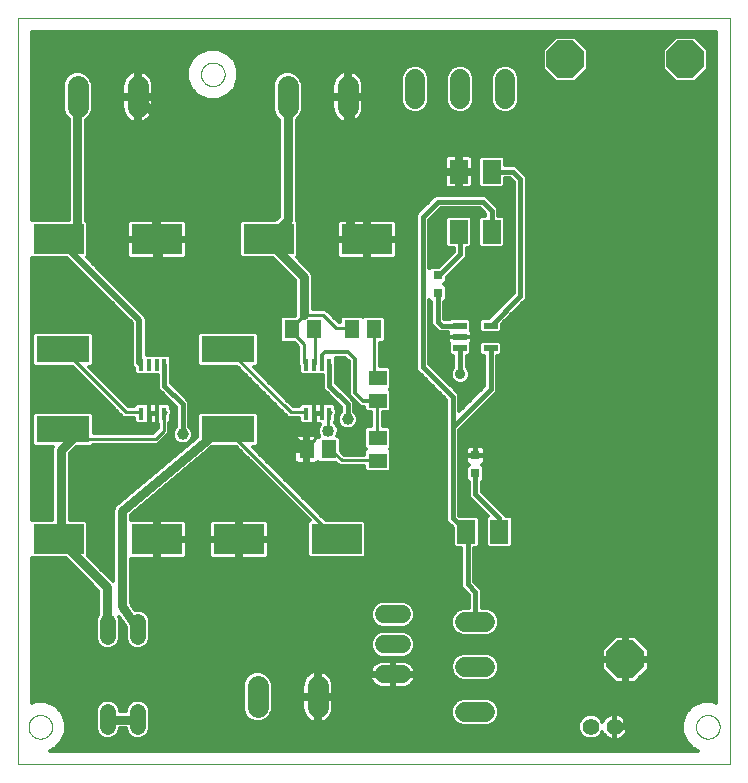
<source format=gtl>
G75*
%MOIN*%
%OFA0B0*%
%FSLAX25Y25*%
%IPPOS*%
%LPD*%
%AMOC8*
5,1,8,0,0,1.08239X$1,22.5*
%
%ADD10C,0.00000*%
%ADD11C,0.07050*%
%ADD12R,0.16929X0.09843*%
%ADD13R,0.01772X0.03937*%
%ADD14R,0.17717X0.08858*%
%ADD15R,0.06299X0.05118*%
%ADD16R,0.05118X0.06299*%
%ADD17C,0.05200*%
%ADD18C,0.06000*%
%ADD19R,0.04724X0.02165*%
%ADD20R,0.06299X0.07874*%
%ADD21R,0.03150X0.03150*%
%ADD22OC8,0.12400*%
%ADD23C,0.06600*%
%ADD24C,0.05600*%
%ADD25C,0.03000*%
%ADD26C,0.01000*%
%ADD27C,0.04000*%
%ADD28C,0.02000*%
%ADD29C,0.01200*%
%ADD30C,0.01600*%
%ADD31C,0.03962*%
%ADD32C,0.03569*%
%ADD33OC8,0.12661*%
D10*
X0011600Y0006600D02*
X0011600Y0255301D01*
X0249021Y0255301D01*
X0249021Y0006600D01*
X0011600Y0006600D01*
X0015163Y0019100D02*
X0015165Y0019225D01*
X0015171Y0019350D01*
X0015181Y0019474D01*
X0015195Y0019598D01*
X0015212Y0019722D01*
X0015234Y0019845D01*
X0015260Y0019967D01*
X0015289Y0020089D01*
X0015322Y0020209D01*
X0015360Y0020328D01*
X0015400Y0020447D01*
X0015445Y0020563D01*
X0015493Y0020678D01*
X0015545Y0020792D01*
X0015601Y0020904D01*
X0015660Y0021014D01*
X0015722Y0021122D01*
X0015788Y0021229D01*
X0015857Y0021333D01*
X0015930Y0021434D01*
X0016005Y0021534D01*
X0016084Y0021631D01*
X0016166Y0021725D01*
X0016251Y0021817D01*
X0016338Y0021906D01*
X0016429Y0021992D01*
X0016522Y0022075D01*
X0016618Y0022156D01*
X0016716Y0022233D01*
X0016816Y0022307D01*
X0016919Y0022378D01*
X0017024Y0022445D01*
X0017132Y0022510D01*
X0017241Y0022570D01*
X0017352Y0022628D01*
X0017465Y0022681D01*
X0017579Y0022731D01*
X0017695Y0022778D01*
X0017812Y0022820D01*
X0017931Y0022859D01*
X0018051Y0022895D01*
X0018172Y0022926D01*
X0018294Y0022954D01*
X0018416Y0022977D01*
X0018540Y0022997D01*
X0018664Y0023013D01*
X0018788Y0023025D01*
X0018913Y0023033D01*
X0019038Y0023037D01*
X0019162Y0023037D01*
X0019287Y0023033D01*
X0019412Y0023025D01*
X0019536Y0023013D01*
X0019660Y0022997D01*
X0019784Y0022977D01*
X0019906Y0022954D01*
X0020028Y0022926D01*
X0020149Y0022895D01*
X0020269Y0022859D01*
X0020388Y0022820D01*
X0020505Y0022778D01*
X0020621Y0022731D01*
X0020735Y0022681D01*
X0020848Y0022628D01*
X0020959Y0022570D01*
X0021069Y0022510D01*
X0021176Y0022445D01*
X0021281Y0022378D01*
X0021384Y0022307D01*
X0021484Y0022233D01*
X0021582Y0022156D01*
X0021678Y0022075D01*
X0021771Y0021992D01*
X0021862Y0021906D01*
X0021949Y0021817D01*
X0022034Y0021725D01*
X0022116Y0021631D01*
X0022195Y0021534D01*
X0022270Y0021434D01*
X0022343Y0021333D01*
X0022412Y0021229D01*
X0022478Y0021122D01*
X0022540Y0021014D01*
X0022599Y0020904D01*
X0022655Y0020792D01*
X0022707Y0020678D01*
X0022755Y0020563D01*
X0022800Y0020447D01*
X0022840Y0020328D01*
X0022878Y0020209D01*
X0022911Y0020089D01*
X0022940Y0019967D01*
X0022966Y0019845D01*
X0022988Y0019722D01*
X0023005Y0019598D01*
X0023019Y0019474D01*
X0023029Y0019350D01*
X0023035Y0019225D01*
X0023037Y0019100D01*
X0023035Y0018975D01*
X0023029Y0018850D01*
X0023019Y0018726D01*
X0023005Y0018602D01*
X0022988Y0018478D01*
X0022966Y0018355D01*
X0022940Y0018233D01*
X0022911Y0018111D01*
X0022878Y0017991D01*
X0022840Y0017872D01*
X0022800Y0017753D01*
X0022755Y0017637D01*
X0022707Y0017522D01*
X0022655Y0017408D01*
X0022599Y0017296D01*
X0022540Y0017186D01*
X0022478Y0017078D01*
X0022412Y0016971D01*
X0022343Y0016867D01*
X0022270Y0016766D01*
X0022195Y0016666D01*
X0022116Y0016569D01*
X0022034Y0016475D01*
X0021949Y0016383D01*
X0021862Y0016294D01*
X0021771Y0016208D01*
X0021678Y0016125D01*
X0021582Y0016044D01*
X0021484Y0015967D01*
X0021384Y0015893D01*
X0021281Y0015822D01*
X0021176Y0015755D01*
X0021068Y0015690D01*
X0020959Y0015630D01*
X0020848Y0015572D01*
X0020735Y0015519D01*
X0020621Y0015469D01*
X0020505Y0015422D01*
X0020388Y0015380D01*
X0020269Y0015341D01*
X0020149Y0015305D01*
X0020028Y0015274D01*
X0019906Y0015246D01*
X0019784Y0015223D01*
X0019660Y0015203D01*
X0019536Y0015187D01*
X0019412Y0015175D01*
X0019287Y0015167D01*
X0019162Y0015163D01*
X0019038Y0015163D01*
X0018913Y0015167D01*
X0018788Y0015175D01*
X0018664Y0015187D01*
X0018540Y0015203D01*
X0018416Y0015223D01*
X0018294Y0015246D01*
X0018172Y0015274D01*
X0018051Y0015305D01*
X0017931Y0015341D01*
X0017812Y0015380D01*
X0017695Y0015422D01*
X0017579Y0015469D01*
X0017465Y0015519D01*
X0017352Y0015572D01*
X0017241Y0015630D01*
X0017131Y0015690D01*
X0017024Y0015755D01*
X0016919Y0015822D01*
X0016816Y0015893D01*
X0016716Y0015967D01*
X0016618Y0016044D01*
X0016522Y0016125D01*
X0016429Y0016208D01*
X0016338Y0016294D01*
X0016251Y0016383D01*
X0016166Y0016475D01*
X0016084Y0016569D01*
X0016005Y0016666D01*
X0015930Y0016766D01*
X0015857Y0016867D01*
X0015788Y0016971D01*
X0015722Y0017078D01*
X0015660Y0017186D01*
X0015601Y0017296D01*
X0015545Y0017408D01*
X0015493Y0017522D01*
X0015445Y0017637D01*
X0015400Y0017753D01*
X0015360Y0017872D01*
X0015322Y0017991D01*
X0015289Y0018111D01*
X0015260Y0018233D01*
X0015234Y0018355D01*
X0015212Y0018478D01*
X0015195Y0018602D01*
X0015181Y0018726D01*
X0015171Y0018850D01*
X0015165Y0018975D01*
X0015163Y0019100D01*
X0072663Y0236600D02*
X0072665Y0236725D01*
X0072671Y0236850D01*
X0072681Y0236974D01*
X0072695Y0237098D01*
X0072712Y0237222D01*
X0072734Y0237345D01*
X0072760Y0237467D01*
X0072789Y0237589D01*
X0072822Y0237709D01*
X0072860Y0237828D01*
X0072900Y0237947D01*
X0072945Y0238063D01*
X0072993Y0238178D01*
X0073045Y0238292D01*
X0073101Y0238404D01*
X0073160Y0238514D01*
X0073222Y0238622D01*
X0073288Y0238729D01*
X0073357Y0238833D01*
X0073430Y0238934D01*
X0073505Y0239034D01*
X0073584Y0239131D01*
X0073666Y0239225D01*
X0073751Y0239317D01*
X0073838Y0239406D01*
X0073929Y0239492D01*
X0074022Y0239575D01*
X0074118Y0239656D01*
X0074216Y0239733D01*
X0074316Y0239807D01*
X0074419Y0239878D01*
X0074524Y0239945D01*
X0074632Y0240010D01*
X0074741Y0240070D01*
X0074852Y0240128D01*
X0074965Y0240181D01*
X0075079Y0240231D01*
X0075195Y0240278D01*
X0075312Y0240320D01*
X0075431Y0240359D01*
X0075551Y0240395D01*
X0075672Y0240426D01*
X0075794Y0240454D01*
X0075916Y0240477D01*
X0076040Y0240497D01*
X0076164Y0240513D01*
X0076288Y0240525D01*
X0076413Y0240533D01*
X0076538Y0240537D01*
X0076662Y0240537D01*
X0076787Y0240533D01*
X0076912Y0240525D01*
X0077036Y0240513D01*
X0077160Y0240497D01*
X0077284Y0240477D01*
X0077406Y0240454D01*
X0077528Y0240426D01*
X0077649Y0240395D01*
X0077769Y0240359D01*
X0077888Y0240320D01*
X0078005Y0240278D01*
X0078121Y0240231D01*
X0078235Y0240181D01*
X0078348Y0240128D01*
X0078459Y0240070D01*
X0078569Y0240010D01*
X0078676Y0239945D01*
X0078781Y0239878D01*
X0078884Y0239807D01*
X0078984Y0239733D01*
X0079082Y0239656D01*
X0079178Y0239575D01*
X0079271Y0239492D01*
X0079362Y0239406D01*
X0079449Y0239317D01*
X0079534Y0239225D01*
X0079616Y0239131D01*
X0079695Y0239034D01*
X0079770Y0238934D01*
X0079843Y0238833D01*
X0079912Y0238729D01*
X0079978Y0238622D01*
X0080040Y0238514D01*
X0080099Y0238404D01*
X0080155Y0238292D01*
X0080207Y0238178D01*
X0080255Y0238063D01*
X0080300Y0237947D01*
X0080340Y0237828D01*
X0080378Y0237709D01*
X0080411Y0237589D01*
X0080440Y0237467D01*
X0080466Y0237345D01*
X0080488Y0237222D01*
X0080505Y0237098D01*
X0080519Y0236974D01*
X0080529Y0236850D01*
X0080535Y0236725D01*
X0080537Y0236600D01*
X0080535Y0236475D01*
X0080529Y0236350D01*
X0080519Y0236226D01*
X0080505Y0236102D01*
X0080488Y0235978D01*
X0080466Y0235855D01*
X0080440Y0235733D01*
X0080411Y0235611D01*
X0080378Y0235491D01*
X0080340Y0235372D01*
X0080300Y0235253D01*
X0080255Y0235137D01*
X0080207Y0235022D01*
X0080155Y0234908D01*
X0080099Y0234796D01*
X0080040Y0234686D01*
X0079978Y0234578D01*
X0079912Y0234471D01*
X0079843Y0234367D01*
X0079770Y0234266D01*
X0079695Y0234166D01*
X0079616Y0234069D01*
X0079534Y0233975D01*
X0079449Y0233883D01*
X0079362Y0233794D01*
X0079271Y0233708D01*
X0079178Y0233625D01*
X0079082Y0233544D01*
X0078984Y0233467D01*
X0078884Y0233393D01*
X0078781Y0233322D01*
X0078676Y0233255D01*
X0078568Y0233190D01*
X0078459Y0233130D01*
X0078348Y0233072D01*
X0078235Y0233019D01*
X0078121Y0232969D01*
X0078005Y0232922D01*
X0077888Y0232880D01*
X0077769Y0232841D01*
X0077649Y0232805D01*
X0077528Y0232774D01*
X0077406Y0232746D01*
X0077284Y0232723D01*
X0077160Y0232703D01*
X0077036Y0232687D01*
X0076912Y0232675D01*
X0076787Y0232667D01*
X0076662Y0232663D01*
X0076538Y0232663D01*
X0076413Y0232667D01*
X0076288Y0232675D01*
X0076164Y0232687D01*
X0076040Y0232703D01*
X0075916Y0232723D01*
X0075794Y0232746D01*
X0075672Y0232774D01*
X0075551Y0232805D01*
X0075431Y0232841D01*
X0075312Y0232880D01*
X0075195Y0232922D01*
X0075079Y0232969D01*
X0074965Y0233019D01*
X0074852Y0233072D01*
X0074741Y0233130D01*
X0074631Y0233190D01*
X0074524Y0233255D01*
X0074419Y0233322D01*
X0074316Y0233393D01*
X0074216Y0233467D01*
X0074118Y0233544D01*
X0074022Y0233625D01*
X0073929Y0233708D01*
X0073838Y0233794D01*
X0073751Y0233883D01*
X0073666Y0233975D01*
X0073584Y0234069D01*
X0073505Y0234166D01*
X0073430Y0234266D01*
X0073357Y0234367D01*
X0073288Y0234471D01*
X0073222Y0234578D01*
X0073160Y0234686D01*
X0073101Y0234796D01*
X0073045Y0234908D01*
X0072993Y0235022D01*
X0072945Y0235137D01*
X0072900Y0235253D01*
X0072860Y0235372D01*
X0072822Y0235491D01*
X0072789Y0235611D01*
X0072760Y0235733D01*
X0072734Y0235855D01*
X0072712Y0235978D01*
X0072695Y0236102D01*
X0072681Y0236226D01*
X0072671Y0236350D01*
X0072665Y0236475D01*
X0072663Y0236600D01*
X0237663Y0019100D02*
X0237665Y0019225D01*
X0237671Y0019350D01*
X0237681Y0019474D01*
X0237695Y0019598D01*
X0237712Y0019722D01*
X0237734Y0019845D01*
X0237760Y0019967D01*
X0237789Y0020089D01*
X0237822Y0020209D01*
X0237860Y0020328D01*
X0237900Y0020447D01*
X0237945Y0020563D01*
X0237993Y0020678D01*
X0238045Y0020792D01*
X0238101Y0020904D01*
X0238160Y0021014D01*
X0238222Y0021122D01*
X0238288Y0021229D01*
X0238357Y0021333D01*
X0238430Y0021434D01*
X0238505Y0021534D01*
X0238584Y0021631D01*
X0238666Y0021725D01*
X0238751Y0021817D01*
X0238838Y0021906D01*
X0238929Y0021992D01*
X0239022Y0022075D01*
X0239118Y0022156D01*
X0239216Y0022233D01*
X0239316Y0022307D01*
X0239419Y0022378D01*
X0239524Y0022445D01*
X0239632Y0022510D01*
X0239741Y0022570D01*
X0239852Y0022628D01*
X0239965Y0022681D01*
X0240079Y0022731D01*
X0240195Y0022778D01*
X0240312Y0022820D01*
X0240431Y0022859D01*
X0240551Y0022895D01*
X0240672Y0022926D01*
X0240794Y0022954D01*
X0240916Y0022977D01*
X0241040Y0022997D01*
X0241164Y0023013D01*
X0241288Y0023025D01*
X0241413Y0023033D01*
X0241538Y0023037D01*
X0241662Y0023037D01*
X0241787Y0023033D01*
X0241912Y0023025D01*
X0242036Y0023013D01*
X0242160Y0022997D01*
X0242284Y0022977D01*
X0242406Y0022954D01*
X0242528Y0022926D01*
X0242649Y0022895D01*
X0242769Y0022859D01*
X0242888Y0022820D01*
X0243005Y0022778D01*
X0243121Y0022731D01*
X0243235Y0022681D01*
X0243348Y0022628D01*
X0243459Y0022570D01*
X0243569Y0022510D01*
X0243676Y0022445D01*
X0243781Y0022378D01*
X0243884Y0022307D01*
X0243984Y0022233D01*
X0244082Y0022156D01*
X0244178Y0022075D01*
X0244271Y0021992D01*
X0244362Y0021906D01*
X0244449Y0021817D01*
X0244534Y0021725D01*
X0244616Y0021631D01*
X0244695Y0021534D01*
X0244770Y0021434D01*
X0244843Y0021333D01*
X0244912Y0021229D01*
X0244978Y0021122D01*
X0245040Y0021014D01*
X0245099Y0020904D01*
X0245155Y0020792D01*
X0245207Y0020678D01*
X0245255Y0020563D01*
X0245300Y0020447D01*
X0245340Y0020328D01*
X0245378Y0020209D01*
X0245411Y0020089D01*
X0245440Y0019967D01*
X0245466Y0019845D01*
X0245488Y0019722D01*
X0245505Y0019598D01*
X0245519Y0019474D01*
X0245529Y0019350D01*
X0245535Y0019225D01*
X0245537Y0019100D01*
X0245535Y0018975D01*
X0245529Y0018850D01*
X0245519Y0018726D01*
X0245505Y0018602D01*
X0245488Y0018478D01*
X0245466Y0018355D01*
X0245440Y0018233D01*
X0245411Y0018111D01*
X0245378Y0017991D01*
X0245340Y0017872D01*
X0245300Y0017753D01*
X0245255Y0017637D01*
X0245207Y0017522D01*
X0245155Y0017408D01*
X0245099Y0017296D01*
X0245040Y0017186D01*
X0244978Y0017078D01*
X0244912Y0016971D01*
X0244843Y0016867D01*
X0244770Y0016766D01*
X0244695Y0016666D01*
X0244616Y0016569D01*
X0244534Y0016475D01*
X0244449Y0016383D01*
X0244362Y0016294D01*
X0244271Y0016208D01*
X0244178Y0016125D01*
X0244082Y0016044D01*
X0243984Y0015967D01*
X0243884Y0015893D01*
X0243781Y0015822D01*
X0243676Y0015755D01*
X0243568Y0015690D01*
X0243459Y0015630D01*
X0243348Y0015572D01*
X0243235Y0015519D01*
X0243121Y0015469D01*
X0243005Y0015422D01*
X0242888Y0015380D01*
X0242769Y0015341D01*
X0242649Y0015305D01*
X0242528Y0015274D01*
X0242406Y0015246D01*
X0242284Y0015223D01*
X0242160Y0015203D01*
X0242036Y0015187D01*
X0241912Y0015175D01*
X0241787Y0015167D01*
X0241662Y0015163D01*
X0241538Y0015163D01*
X0241413Y0015167D01*
X0241288Y0015175D01*
X0241164Y0015187D01*
X0241040Y0015203D01*
X0240916Y0015223D01*
X0240794Y0015246D01*
X0240672Y0015274D01*
X0240551Y0015305D01*
X0240431Y0015341D01*
X0240312Y0015380D01*
X0240195Y0015422D01*
X0240079Y0015469D01*
X0239965Y0015519D01*
X0239852Y0015572D01*
X0239741Y0015630D01*
X0239631Y0015690D01*
X0239524Y0015755D01*
X0239419Y0015822D01*
X0239316Y0015893D01*
X0239216Y0015967D01*
X0239118Y0016044D01*
X0239022Y0016125D01*
X0238929Y0016208D01*
X0238838Y0016294D01*
X0238751Y0016383D01*
X0238666Y0016475D01*
X0238584Y0016569D01*
X0238505Y0016666D01*
X0238430Y0016766D01*
X0238357Y0016867D01*
X0238288Y0016971D01*
X0238222Y0017078D01*
X0238160Y0017186D01*
X0238101Y0017296D01*
X0238045Y0017408D01*
X0237993Y0017522D01*
X0237945Y0017637D01*
X0237900Y0017753D01*
X0237860Y0017872D01*
X0237822Y0017991D01*
X0237789Y0018111D01*
X0237760Y0018233D01*
X0237734Y0018355D01*
X0237712Y0018478D01*
X0237695Y0018602D01*
X0237681Y0018726D01*
X0237671Y0018850D01*
X0237665Y0018975D01*
X0237663Y0019100D01*
D11*
X0111600Y0025575D02*
X0111600Y0032625D01*
X0091600Y0032625D02*
X0091600Y0025575D01*
X0101600Y0225575D02*
X0101600Y0232625D01*
X0121600Y0232625D02*
X0121600Y0225575D01*
X0051600Y0225575D02*
X0051600Y0232625D01*
X0031600Y0232625D02*
X0031600Y0225575D01*
D12*
X0025261Y0181600D03*
X0057939Y0181600D03*
X0095261Y0181600D03*
X0127939Y0181600D03*
X0117939Y0081600D03*
X0085261Y0081600D03*
X0057939Y0081600D03*
X0025261Y0081600D03*
D13*
X0052761Y0123529D03*
X0055320Y0123529D03*
X0057880Y0123529D03*
X0060439Y0123529D03*
X0060439Y0139671D03*
X0057880Y0139671D03*
X0055320Y0139671D03*
X0052761Y0139671D03*
X0107761Y0139671D03*
X0110320Y0139671D03*
X0112880Y0139671D03*
X0115439Y0139671D03*
X0115439Y0123529D03*
X0112880Y0123529D03*
X0110320Y0123529D03*
X0107761Y0123529D03*
D14*
X0081600Y0118281D03*
X0081600Y0144919D03*
X0026600Y0144919D03*
X0026600Y0118281D03*
D15*
X0131600Y0115340D03*
X0131600Y0107860D03*
X0131600Y0127860D03*
X0131600Y0135340D03*
D16*
X0130340Y0151600D03*
X0122860Y0151600D03*
X0110340Y0151600D03*
X0102860Y0151600D03*
X0107860Y0111600D03*
X0115340Y0111600D03*
D17*
X0051600Y0054200D02*
X0051600Y0049000D01*
X0041600Y0049000D02*
X0041600Y0054200D01*
X0041600Y0024200D02*
X0041600Y0019000D01*
X0051600Y0019000D02*
X0051600Y0024200D01*
D18*
X0133600Y0036600D02*
X0139600Y0036600D01*
X0139600Y0046600D02*
X0133600Y0046600D01*
X0133600Y0056600D02*
X0139600Y0056600D01*
D19*
X0158982Y0145360D03*
X0158982Y0149100D03*
X0158982Y0152840D03*
X0169218Y0152840D03*
X0169218Y0145360D03*
D20*
X0169612Y0184100D03*
X0158588Y0184100D03*
X0158588Y0204100D03*
X0169612Y0204100D03*
X0172112Y0084100D03*
X0161088Y0084100D03*
D21*
X0164100Y0103647D03*
X0164100Y0109553D03*
X0151600Y0163647D03*
X0151600Y0169553D03*
D22*
X0194100Y0241600D03*
X0234100Y0241600D03*
X0214100Y0041600D03*
D23*
X0167400Y0039100D02*
X0160800Y0039100D01*
X0160800Y0054100D02*
X0167400Y0054100D01*
X0167400Y0024100D02*
X0160800Y0024100D01*
X0159100Y0228300D02*
X0159100Y0234900D01*
X0144100Y0234900D02*
X0144100Y0228300D01*
X0174100Y0228300D02*
X0174100Y0234900D01*
D24*
X0202663Y0019100D03*
X0210537Y0019100D03*
D25*
X0105900Y0112400D02*
X0084800Y0133500D01*
X0074050Y0133500D01*
X0058400Y0149150D01*
X0058400Y0180800D01*
X0057500Y0181700D02*
X0057500Y0223100D01*
X0052100Y0228500D01*
X0031400Y0228500D02*
X0031400Y0187100D01*
X0095300Y0181700D02*
X0101600Y0188000D01*
X0101600Y0229100D01*
X0122300Y0228500D02*
X0122300Y0187100D01*
X0107000Y0169100D02*
X0095300Y0180800D01*
X0107000Y0169100D02*
X0107000Y0156500D01*
X0078200Y0117800D02*
X0046350Y0090950D01*
X0046350Y0059450D01*
X0051200Y0052100D01*
X0041300Y0052100D02*
X0041300Y0065600D01*
X0026000Y0080900D01*
X0026000Y0081800D02*
X0026000Y0111500D01*
X0029600Y0115100D01*
X0026600Y0118281D01*
X0042200Y0021500D02*
X0051200Y0021500D01*
D26*
X0051600Y0021600D01*
X0052100Y0022400D01*
X0042200Y0021500D02*
X0041600Y0021600D01*
X0041600Y0051600D02*
X0041300Y0052100D01*
X0051200Y0052100D02*
X0051600Y0051600D01*
X0057939Y0081600D02*
X0058400Y0081800D01*
X0084500Y0081800D01*
X0085261Y0081600D01*
X0117800Y0081800D02*
X0117939Y0081600D01*
X0117800Y0081800D02*
X0081800Y0117800D01*
X0081600Y0118281D01*
X0080900Y0117800D01*
X0078200Y0117800D01*
X0060200Y0117800D02*
X0057500Y0115100D01*
X0029600Y0115100D01*
X0026900Y0117800D01*
X0026600Y0118281D01*
X0047600Y0124100D02*
X0026900Y0144800D01*
X0026600Y0144919D01*
X0047600Y0124100D02*
X0052100Y0124100D01*
X0052761Y0123529D01*
X0055320Y0123529D02*
X0055700Y0124100D01*
X0057500Y0124100D01*
X0057880Y0123529D01*
X0055700Y0123200D02*
X0055320Y0123529D01*
X0055700Y0123200D02*
X0055700Y0118700D01*
X0060200Y0117800D02*
X0060200Y0123200D01*
X0060439Y0123529D01*
X0061100Y0124100D01*
X0052761Y0139671D02*
X0052100Y0140300D01*
X0081600Y0144919D02*
X0081800Y0144800D01*
X0102500Y0124100D01*
X0107000Y0124100D01*
X0107761Y0123529D01*
X0110320Y0123529D02*
X0110600Y0124100D01*
X0112400Y0124100D01*
X0112880Y0123529D01*
X0115100Y0123200D02*
X0115439Y0123529D01*
X0116000Y0124100D01*
X0115100Y0123200D02*
X0115100Y0117800D01*
X0110600Y0115100D02*
X0110600Y0123200D01*
X0110320Y0123529D01*
X0110600Y0115100D02*
X0107900Y0112400D01*
X0107860Y0111600D01*
X0107000Y0112400D01*
X0105900Y0112400D01*
X0115340Y0111600D02*
X0116000Y0111500D01*
X0119600Y0107900D01*
X0131300Y0107900D01*
X0131600Y0107860D01*
X0131600Y0115340D02*
X0131300Y0116000D01*
X0131300Y0127700D01*
X0131600Y0127860D01*
X0131600Y0135340D02*
X0131300Y0135800D01*
X0130400Y0136700D01*
X0130400Y0151100D01*
X0130340Y0151600D01*
X0122860Y0151600D02*
X0122300Y0152000D01*
X0117800Y0152000D01*
X0113300Y0156500D01*
X0107000Y0156500D01*
X0102500Y0152000D01*
X0102860Y0151600D01*
X0102500Y0151100D01*
X0107000Y0146600D01*
X0107000Y0140300D01*
X0107761Y0139671D01*
X0110320Y0139671D02*
X0110600Y0140300D01*
X0110600Y0151100D01*
X0110340Y0151600D01*
X0095300Y0180800D02*
X0095261Y0181600D01*
X0095300Y0181700D01*
X0122300Y0187100D02*
X0127700Y0181700D01*
X0127939Y0181600D01*
X0122300Y0228500D02*
X0121600Y0229100D01*
X0057939Y0181600D02*
X0058400Y0180800D01*
X0057939Y0181600D02*
X0057500Y0181700D01*
X0031400Y0187100D02*
X0026000Y0181700D01*
X0025261Y0181600D01*
X0026000Y0180800D01*
X0031400Y0228500D02*
X0031600Y0229100D01*
X0051600Y0229100D02*
X0052100Y0228500D01*
X0026000Y0081800D02*
X0025261Y0081600D01*
X0026000Y0080900D01*
D27*
X0055700Y0118700D03*
X0115100Y0117800D03*
D28*
X0052100Y0140300D02*
X0052100Y0154700D01*
X0026000Y0180800D01*
D29*
X0028500Y0187921D02*
X0016217Y0187921D01*
X0016200Y0187904D01*
X0016200Y0250701D01*
X0244421Y0250701D01*
X0244421Y0027172D01*
X0243298Y0027637D01*
X0239902Y0027637D01*
X0236764Y0026337D01*
X0234363Y0023936D01*
X0233063Y0020798D01*
X0233063Y0017402D01*
X0234363Y0014264D01*
X0236764Y0011863D01*
X0238364Y0011200D01*
X0022336Y0011200D01*
X0023936Y0011863D01*
X0026337Y0014264D01*
X0027637Y0017402D01*
X0027637Y0020798D01*
X0026337Y0023936D01*
X0023936Y0026337D01*
X0020798Y0027637D01*
X0017402Y0027637D01*
X0016200Y0027139D01*
X0016200Y0075296D01*
X0016217Y0075279D01*
X0027520Y0075279D01*
X0038400Y0064399D01*
X0038400Y0056657D01*
X0038209Y0056466D01*
X0037600Y0054996D01*
X0037600Y0048204D01*
X0038209Y0046734D01*
X0039334Y0045609D01*
X0040804Y0045000D01*
X0042396Y0045000D01*
X0043866Y0045609D01*
X0044991Y0046734D01*
X0045600Y0048204D01*
X0045600Y0054996D01*
X0045238Y0055870D01*
X0047600Y0052290D01*
X0047600Y0048204D01*
X0048209Y0046734D01*
X0049334Y0045609D01*
X0050804Y0045000D01*
X0052396Y0045000D01*
X0053866Y0045609D01*
X0054991Y0046734D01*
X0055600Y0048204D01*
X0055600Y0054996D01*
X0054991Y0056466D01*
X0053866Y0057591D01*
X0052396Y0058200D01*
X0050804Y0058200D01*
X0050683Y0058150D01*
X0049250Y0060321D01*
X0049250Y0075082D01*
X0049263Y0075079D01*
X0057339Y0075079D01*
X0057339Y0081000D01*
X0058539Y0081000D01*
X0058539Y0082200D01*
X0068003Y0082200D01*
X0068003Y0086732D01*
X0067894Y0087139D01*
X0067683Y0087504D01*
X0067386Y0087802D01*
X0067021Y0088012D01*
X0066614Y0088121D01*
X0058539Y0088121D01*
X0058539Y0082200D01*
X0057339Y0082200D01*
X0057339Y0088121D01*
X0049263Y0088121D01*
X0049250Y0088118D01*
X0049250Y0089602D01*
X0076355Y0112452D01*
X0084461Y0112452D01*
X0108992Y0087921D01*
X0108894Y0087921D01*
X0108074Y0087101D01*
X0108074Y0076099D01*
X0108894Y0075279D01*
X0126983Y0075279D01*
X0127803Y0076099D01*
X0127803Y0087101D01*
X0126983Y0087921D01*
X0114366Y0087921D01*
X0089835Y0112452D01*
X0091038Y0112452D01*
X0091858Y0113272D01*
X0091858Y0123290D01*
X0091038Y0124110D01*
X0072162Y0124110D01*
X0071342Y0123290D01*
X0071342Y0115811D01*
X0044825Y0093457D01*
X0044707Y0093408D01*
X0044387Y0093088D01*
X0044040Y0092795D01*
X0043981Y0092683D01*
X0043891Y0092593D01*
X0043718Y0092174D01*
X0043509Y0091771D01*
X0043499Y0091644D01*
X0043450Y0091527D01*
X0043450Y0091073D01*
X0043412Y0090621D01*
X0043450Y0090500D01*
X0043450Y0067551D01*
X0035014Y0075987D01*
X0035126Y0076099D01*
X0035126Y0087101D01*
X0034306Y0087921D01*
X0028900Y0087921D01*
X0028900Y0110299D01*
X0031053Y0112452D01*
X0036038Y0112452D01*
X0036786Y0113200D01*
X0058287Y0113200D01*
X0059400Y0114313D01*
X0062100Y0117013D01*
X0062100Y0120356D01*
X0062724Y0120981D01*
X0062724Y0122992D01*
X0062937Y0123176D01*
X0063053Y0124746D01*
X0062724Y0125126D01*
X0062724Y0126078D01*
X0061904Y0126898D01*
X0059540Y0126898D01*
X0059383Y0126989D01*
X0058976Y0127098D01*
X0057880Y0127098D01*
X0057880Y0123529D01*
X0057880Y0119961D01*
X0058300Y0119961D01*
X0058300Y0118587D01*
X0056713Y0117000D01*
X0036858Y0117000D01*
X0036858Y0123290D01*
X0036038Y0124110D01*
X0017162Y0124110D01*
X0016342Y0123290D01*
X0016342Y0113272D01*
X0017162Y0112452D01*
X0023255Y0112452D01*
X0023100Y0112077D01*
X0023100Y0087921D01*
X0016217Y0087921D01*
X0016200Y0087904D01*
X0016200Y0175296D01*
X0016217Y0175279D01*
X0028127Y0175279D01*
X0049700Y0153706D01*
X0049700Y0139823D01*
X0050065Y0138941D01*
X0050476Y0138530D01*
X0050476Y0137122D01*
X0051296Y0136302D01*
X0058239Y0136302D01*
X0058239Y0131850D01*
X0064400Y0125689D01*
X0064400Y0119182D01*
X0063734Y0118515D01*
X0063219Y0117273D01*
X0063219Y0115927D01*
X0063734Y0114685D01*
X0064685Y0113734D01*
X0065927Y0113219D01*
X0067273Y0113219D01*
X0068515Y0113734D01*
X0069466Y0114685D01*
X0069981Y0115927D01*
X0069981Y0117273D01*
X0069466Y0118515D01*
X0068800Y0119182D01*
X0068800Y0127511D01*
X0067511Y0128800D01*
X0062639Y0133673D01*
X0062639Y0137037D01*
X0062724Y0137122D01*
X0062724Y0142219D01*
X0061904Y0143039D01*
X0054500Y0143039D01*
X0054500Y0155177D01*
X0054135Y0156059D01*
X0034611Y0175583D01*
X0035126Y0176099D01*
X0035126Y0187101D01*
X0034306Y0187921D01*
X0034300Y0187921D01*
X0034300Y0221363D01*
X0034390Y0221400D01*
X0035775Y0222785D01*
X0036525Y0224595D01*
X0036525Y0233605D01*
X0035775Y0235415D01*
X0034390Y0236800D01*
X0032580Y0237550D01*
X0030620Y0237550D01*
X0028810Y0236800D01*
X0027425Y0235415D01*
X0026675Y0233605D01*
X0026675Y0224595D01*
X0027425Y0222785D01*
X0028500Y0221710D01*
X0028500Y0187921D01*
X0028500Y0188980D02*
X0016200Y0188980D01*
X0016200Y0190178D02*
X0028500Y0190178D01*
X0028500Y0191377D02*
X0016200Y0191377D01*
X0016200Y0192575D02*
X0028500Y0192575D01*
X0028500Y0193774D02*
X0016200Y0193774D01*
X0016200Y0194972D02*
X0028500Y0194972D01*
X0028500Y0196171D02*
X0016200Y0196171D01*
X0016200Y0197369D02*
X0028500Y0197369D01*
X0028500Y0198568D02*
X0016200Y0198568D01*
X0016200Y0199766D02*
X0028500Y0199766D01*
X0028500Y0200965D02*
X0016200Y0200965D01*
X0016200Y0202163D02*
X0028500Y0202163D01*
X0028500Y0203362D02*
X0016200Y0203362D01*
X0016200Y0204560D02*
X0028500Y0204560D01*
X0028500Y0205759D02*
X0016200Y0205759D01*
X0016200Y0206957D02*
X0028500Y0206957D01*
X0028500Y0208156D02*
X0016200Y0208156D01*
X0016200Y0209354D02*
X0028500Y0209354D01*
X0028500Y0210553D02*
X0016200Y0210553D01*
X0016200Y0211751D02*
X0028500Y0211751D01*
X0028500Y0212950D02*
X0016200Y0212950D01*
X0016200Y0214148D02*
X0028500Y0214148D01*
X0028500Y0215347D02*
X0016200Y0215347D01*
X0016200Y0216545D02*
X0028500Y0216545D01*
X0028500Y0217744D02*
X0016200Y0217744D01*
X0016200Y0218942D02*
X0028500Y0218942D01*
X0028500Y0220141D02*
X0016200Y0220141D01*
X0016200Y0221339D02*
X0028500Y0221339D01*
X0027672Y0222538D02*
X0016200Y0222538D01*
X0016200Y0223737D02*
X0027031Y0223737D01*
X0026675Y0224935D02*
X0016200Y0224935D01*
X0016200Y0226134D02*
X0026675Y0226134D01*
X0026675Y0227332D02*
X0016200Y0227332D01*
X0016200Y0228531D02*
X0026675Y0228531D01*
X0026675Y0229729D02*
X0016200Y0229729D01*
X0016200Y0230928D02*
X0026675Y0230928D01*
X0026675Y0232126D02*
X0016200Y0232126D01*
X0016200Y0233325D02*
X0026675Y0233325D01*
X0027055Y0234523D02*
X0016200Y0234523D01*
X0016200Y0235722D02*
X0027732Y0235722D01*
X0029100Y0236920D02*
X0016200Y0236920D01*
X0016200Y0238119D02*
X0068063Y0238119D01*
X0068063Y0238298D02*
X0068063Y0234902D01*
X0069363Y0231764D01*
X0071764Y0229363D01*
X0074902Y0228063D01*
X0078298Y0228063D01*
X0081436Y0229363D01*
X0083837Y0231764D01*
X0085137Y0234902D01*
X0085137Y0238298D01*
X0083837Y0241436D01*
X0081436Y0243837D01*
X0078298Y0245137D01*
X0074902Y0245137D01*
X0071764Y0243837D01*
X0069363Y0241436D01*
X0068063Y0238298D01*
X0068485Y0239317D02*
X0016200Y0239317D01*
X0016200Y0240516D02*
X0068982Y0240516D01*
X0069641Y0241714D02*
X0016200Y0241714D01*
X0016200Y0242913D02*
X0070840Y0242913D01*
X0072425Y0244111D02*
X0016200Y0244111D01*
X0016200Y0245310D02*
X0187062Y0245310D01*
X0186500Y0244748D02*
X0186500Y0238452D01*
X0190952Y0234000D01*
X0197248Y0234000D01*
X0201700Y0238452D01*
X0201700Y0244748D01*
X0197248Y0249200D01*
X0190952Y0249200D01*
X0186500Y0244748D01*
X0186500Y0244111D02*
X0080775Y0244111D01*
X0082360Y0242913D02*
X0186500Y0242913D01*
X0186500Y0241714D02*
X0083559Y0241714D01*
X0084218Y0240516D02*
X0186500Y0240516D01*
X0186500Y0239317D02*
X0175718Y0239317D01*
X0175035Y0239600D02*
X0176762Y0238884D01*
X0178084Y0237562D01*
X0178800Y0235835D01*
X0178800Y0227365D01*
X0178084Y0225638D01*
X0176762Y0224316D01*
X0175035Y0223600D01*
X0173165Y0223600D01*
X0171438Y0224316D01*
X0170116Y0225638D01*
X0169400Y0227365D01*
X0169400Y0235835D01*
X0170116Y0237562D01*
X0171438Y0238884D01*
X0173165Y0239600D01*
X0175035Y0239600D01*
X0172482Y0239317D02*
X0160718Y0239317D01*
X0160035Y0239600D02*
X0161762Y0238884D01*
X0163084Y0237562D01*
X0163800Y0235835D01*
X0163800Y0227365D01*
X0163084Y0225638D01*
X0161762Y0224316D01*
X0160035Y0223600D01*
X0158165Y0223600D01*
X0156438Y0224316D01*
X0155116Y0225638D01*
X0154400Y0227365D01*
X0154400Y0235835D01*
X0155116Y0237562D01*
X0156438Y0238884D01*
X0158165Y0239600D01*
X0160035Y0239600D01*
X0157482Y0239317D02*
X0145718Y0239317D01*
X0145035Y0239600D02*
X0143165Y0239600D01*
X0141438Y0238884D01*
X0140116Y0237562D01*
X0139400Y0235835D01*
X0139400Y0227365D01*
X0140116Y0225638D01*
X0141438Y0224316D01*
X0143165Y0223600D01*
X0145035Y0223600D01*
X0146762Y0224316D01*
X0148084Y0225638D01*
X0148800Y0227365D01*
X0148800Y0235835D01*
X0148084Y0237562D01*
X0146762Y0238884D01*
X0145035Y0239600D01*
X0142482Y0239317D02*
X0084715Y0239317D01*
X0085137Y0238119D02*
X0140672Y0238119D01*
X0139850Y0236920D02*
X0124407Y0236920D01*
X0124286Y0237008D02*
X0123567Y0237375D01*
X0122800Y0237624D01*
X0122175Y0237723D01*
X0122175Y0229675D01*
X0121025Y0229675D01*
X0121025Y0237723D01*
X0120400Y0237624D01*
X0119633Y0237375D01*
X0118914Y0237008D01*
X0118261Y0236534D01*
X0117691Y0235964D01*
X0117217Y0235311D01*
X0116850Y0234592D01*
X0116601Y0233825D01*
X0116475Y0233028D01*
X0116475Y0229675D01*
X0121025Y0229675D01*
X0121025Y0228525D01*
X0116475Y0228525D01*
X0116475Y0225172D01*
X0116601Y0224375D01*
X0116850Y0223608D01*
X0117217Y0222889D01*
X0117691Y0222236D01*
X0118261Y0221666D01*
X0118914Y0221192D01*
X0119633Y0220825D01*
X0120400Y0220576D01*
X0121025Y0220477D01*
X0121025Y0228525D01*
X0122175Y0228525D01*
X0122175Y0229675D01*
X0126725Y0229675D01*
X0126725Y0233028D01*
X0126599Y0233825D01*
X0126350Y0234592D01*
X0125983Y0235311D01*
X0125509Y0235964D01*
X0124939Y0236534D01*
X0124286Y0237008D01*
X0125685Y0235722D02*
X0139400Y0235722D01*
X0139400Y0234523D02*
X0126372Y0234523D01*
X0126678Y0233325D02*
X0139400Y0233325D01*
X0139400Y0232126D02*
X0126725Y0232126D01*
X0126725Y0230928D02*
X0139400Y0230928D01*
X0139400Y0229729D02*
X0126725Y0229729D01*
X0126725Y0228525D02*
X0122175Y0228525D01*
X0122175Y0220477D01*
X0122800Y0220576D01*
X0123567Y0220825D01*
X0124286Y0221192D01*
X0124939Y0221666D01*
X0125509Y0222236D01*
X0125983Y0222889D01*
X0126350Y0223608D01*
X0126599Y0224375D01*
X0126725Y0225172D01*
X0126725Y0228525D01*
X0126725Y0227332D02*
X0139414Y0227332D01*
X0139400Y0228531D02*
X0122175Y0228531D01*
X0121025Y0228531D02*
X0106525Y0228531D01*
X0106525Y0229729D02*
X0116475Y0229729D01*
X0116475Y0230928D02*
X0106525Y0230928D01*
X0106525Y0232126D02*
X0116475Y0232126D01*
X0116522Y0233325D02*
X0106525Y0233325D01*
X0106525Y0233605D02*
X0105775Y0235415D01*
X0104390Y0236800D01*
X0102580Y0237550D01*
X0100620Y0237550D01*
X0098810Y0236800D01*
X0097425Y0235415D01*
X0096675Y0233605D01*
X0096675Y0224595D01*
X0097425Y0222785D01*
X0098700Y0221510D01*
X0098700Y0189201D01*
X0097420Y0187921D01*
X0086217Y0187921D01*
X0085397Y0187101D01*
X0085397Y0176099D01*
X0086217Y0175279D01*
X0096720Y0175279D01*
X0104100Y0167899D01*
X0104100Y0156287D01*
X0103963Y0156150D01*
X0099721Y0156150D01*
X0098901Y0155330D01*
X0098901Y0147870D01*
X0099721Y0147050D01*
X0103863Y0147050D01*
X0105100Y0145813D01*
X0105100Y0140983D01*
X0105034Y0140904D01*
X0105100Y0140210D01*
X0105100Y0139513D01*
X0105173Y0139440D01*
X0105183Y0139337D01*
X0105476Y0139095D01*
X0105476Y0137122D01*
X0106296Y0136302D01*
X0113239Y0136302D01*
X0113239Y0131850D01*
X0119400Y0125689D01*
X0119400Y0124182D01*
X0118734Y0123515D01*
X0118219Y0122273D01*
X0118219Y0120927D01*
X0118734Y0119685D01*
X0119685Y0118734D01*
X0120927Y0118219D01*
X0122273Y0118219D01*
X0123515Y0118734D01*
X0124466Y0119685D01*
X0124981Y0120927D01*
X0124981Y0122273D01*
X0124466Y0123515D01*
X0123800Y0124182D01*
X0123800Y0127511D01*
X0122511Y0128800D01*
X0117639Y0133673D01*
X0117639Y0137037D01*
X0117724Y0137122D01*
X0117724Y0142100D01*
X0120772Y0142100D01*
X0122100Y0140772D01*
X0122100Y0129522D01*
X0124600Y0127022D01*
X0125772Y0125850D01*
X0127050Y0125850D01*
X0127050Y0124721D01*
X0127870Y0123901D01*
X0129400Y0123901D01*
X0129400Y0119299D01*
X0127870Y0119299D01*
X0127050Y0118479D01*
X0127050Y0112201D01*
X0127652Y0111600D01*
X0127050Y0110999D01*
X0127050Y0109800D01*
X0120387Y0109800D01*
X0119299Y0110888D01*
X0119299Y0115330D01*
X0118479Y0116150D01*
X0118096Y0116150D01*
X0118500Y0117124D01*
X0118500Y0118476D01*
X0117982Y0119726D01*
X0117226Y0120482D01*
X0117724Y0120981D01*
X0117724Y0123144D01*
X0117906Y0123329D01*
X0117893Y0124903D01*
X0117724Y0125069D01*
X0117724Y0126078D01*
X0116904Y0126898D01*
X0114540Y0126898D01*
X0114383Y0126989D01*
X0113976Y0127098D01*
X0112880Y0127098D01*
X0112880Y0123529D01*
X0112879Y0123529D01*
X0110394Y0123529D01*
X0110321Y0123529D01*
X0110321Y0123529D01*
X0112879Y0123529D01*
X0112879Y0123529D01*
X0112879Y0127098D01*
X0111783Y0127098D01*
X0111600Y0127049D01*
X0111417Y0127098D01*
X0110321Y0127098D01*
X0110321Y0123529D01*
X0110321Y0119961D01*
X0111417Y0119961D01*
X0111600Y0120010D01*
X0111783Y0119961D01*
X0112452Y0119961D01*
X0112218Y0119726D01*
X0111700Y0118476D01*
X0111700Y0117124D01*
X0112132Y0116080D01*
X0111730Y0115678D01*
X0111699Y0115732D01*
X0111401Y0116030D01*
X0111036Y0116241D01*
X0110630Y0116350D01*
X0108460Y0116350D01*
X0108460Y0112200D01*
X0107260Y0112200D01*
X0107260Y0116350D01*
X0105090Y0116350D01*
X0104683Y0116241D01*
X0104318Y0116030D01*
X0104020Y0115732D01*
X0103810Y0115367D01*
X0103701Y0114960D01*
X0103701Y0112200D01*
X0107260Y0112200D01*
X0107260Y0111000D01*
X0108460Y0111000D01*
X0108460Y0106850D01*
X0110630Y0106850D01*
X0111036Y0106959D01*
X0111401Y0107170D01*
X0111699Y0107468D01*
X0111730Y0107521D01*
X0112201Y0107050D01*
X0117763Y0107050D01*
X0118813Y0106000D01*
X0127050Y0106000D01*
X0127050Y0104721D01*
X0127870Y0103901D01*
X0135330Y0103901D01*
X0136150Y0104721D01*
X0136150Y0110999D01*
X0135548Y0111600D01*
X0136150Y0112201D01*
X0136150Y0118479D01*
X0135330Y0119299D01*
X0133200Y0119299D01*
X0133200Y0123901D01*
X0135330Y0123901D01*
X0136150Y0124721D01*
X0136150Y0130999D01*
X0135548Y0131600D01*
X0136150Y0132201D01*
X0136150Y0138479D01*
X0135330Y0139299D01*
X0132300Y0139299D01*
X0132300Y0147050D01*
X0133479Y0147050D01*
X0134299Y0147870D01*
X0134299Y0155330D01*
X0133479Y0156150D01*
X0127201Y0156150D01*
X0126600Y0155548D01*
X0125999Y0156150D01*
X0119721Y0156150D01*
X0118901Y0155330D01*
X0118901Y0153900D01*
X0118587Y0153900D01*
X0115200Y0157287D01*
X0114087Y0158400D01*
X0109900Y0158400D01*
X0109900Y0169677D01*
X0109458Y0170743D01*
X0104614Y0175587D01*
X0105126Y0176099D01*
X0105126Y0187101D01*
X0104500Y0187727D01*
X0104500Y0221510D01*
X0105775Y0222785D01*
X0106525Y0224595D01*
X0106525Y0233605D01*
X0106145Y0234523D02*
X0116828Y0234523D01*
X0117515Y0235722D02*
X0105468Y0235722D01*
X0104100Y0236920D02*
X0118793Y0236920D01*
X0121025Y0236920D02*
X0122175Y0236920D01*
X0122175Y0235722D02*
X0121025Y0235722D01*
X0121025Y0234523D02*
X0122175Y0234523D01*
X0122175Y0233325D02*
X0121025Y0233325D01*
X0121025Y0232126D02*
X0122175Y0232126D01*
X0122175Y0230928D02*
X0121025Y0230928D01*
X0121025Y0229729D02*
X0122175Y0229729D01*
X0122175Y0227332D02*
X0121025Y0227332D01*
X0121025Y0226134D02*
X0122175Y0226134D01*
X0122175Y0224935D02*
X0121025Y0224935D01*
X0121025Y0223737D02*
X0122175Y0223737D01*
X0122175Y0222538D02*
X0121025Y0222538D01*
X0121025Y0221339D02*
X0122175Y0221339D01*
X0124489Y0221339D02*
X0244421Y0221339D01*
X0244421Y0220141D02*
X0104500Y0220141D01*
X0104500Y0221339D02*
X0118711Y0221339D01*
X0117472Y0222538D02*
X0105528Y0222538D01*
X0106169Y0223737D02*
X0116809Y0223737D01*
X0116512Y0224935D02*
X0106525Y0224935D01*
X0106525Y0226134D02*
X0116475Y0226134D01*
X0116475Y0227332D02*
X0106525Y0227332D01*
X0098700Y0221339D02*
X0054489Y0221339D01*
X0054286Y0221192D02*
X0054939Y0221666D01*
X0055509Y0222236D01*
X0055983Y0222889D01*
X0056350Y0223608D01*
X0056599Y0224375D01*
X0056725Y0225172D01*
X0056725Y0228525D01*
X0052175Y0228525D01*
X0052175Y0229675D01*
X0051025Y0229675D01*
X0051025Y0237723D01*
X0050400Y0237624D01*
X0049633Y0237375D01*
X0048914Y0237008D01*
X0048261Y0236534D01*
X0047691Y0235964D01*
X0047217Y0235311D01*
X0046850Y0234592D01*
X0046601Y0233825D01*
X0046475Y0233028D01*
X0046475Y0229675D01*
X0051025Y0229675D01*
X0051025Y0228525D01*
X0046475Y0228525D01*
X0046475Y0225172D01*
X0046601Y0224375D01*
X0046850Y0223608D01*
X0047217Y0222889D01*
X0047691Y0222236D01*
X0048261Y0221666D01*
X0048914Y0221192D01*
X0049633Y0220825D01*
X0050400Y0220576D01*
X0051025Y0220477D01*
X0051025Y0228525D01*
X0052175Y0228525D01*
X0052175Y0220477D01*
X0052800Y0220576D01*
X0053567Y0220825D01*
X0054286Y0221192D01*
X0055728Y0222538D02*
X0097672Y0222538D01*
X0097031Y0223737D02*
X0056391Y0223737D01*
X0056687Y0224935D02*
X0096675Y0224935D01*
X0096675Y0226134D02*
X0056725Y0226134D01*
X0056725Y0227332D02*
X0096675Y0227332D01*
X0096675Y0228531D02*
X0079427Y0228531D01*
X0081802Y0229729D02*
X0096675Y0229729D01*
X0096675Y0230928D02*
X0083001Y0230928D01*
X0083987Y0232126D02*
X0096675Y0232126D01*
X0096675Y0233325D02*
X0084484Y0233325D01*
X0084980Y0234523D02*
X0097055Y0234523D01*
X0097732Y0235722D02*
X0085137Y0235722D01*
X0085137Y0236920D02*
X0099100Y0236920D01*
X0098700Y0220141D02*
X0034300Y0220141D01*
X0034300Y0221339D02*
X0048711Y0221339D01*
X0047472Y0222538D02*
X0035528Y0222538D01*
X0036169Y0223737D02*
X0046809Y0223737D01*
X0046512Y0224935D02*
X0036525Y0224935D01*
X0036525Y0226134D02*
X0046475Y0226134D01*
X0046475Y0227332D02*
X0036525Y0227332D01*
X0036525Y0228531D02*
X0051025Y0228531D01*
X0052175Y0228531D02*
X0073773Y0228531D01*
X0071398Y0229729D02*
X0056725Y0229729D01*
X0056725Y0229675D02*
X0056725Y0233028D01*
X0056599Y0233825D01*
X0056350Y0234592D01*
X0055983Y0235311D01*
X0055509Y0235964D01*
X0054939Y0236534D01*
X0054286Y0237008D01*
X0053567Y0237375D01*
X0052800Y0237624D01*
X0052175Y0237723D01*
X0052175Y0229675D01*
X0056725Y0229675D01*
X0056725Y0230928D02*
X0070199Y0230928D01*
X0069213Y0232126D02*
X0056725Y0232126D01*
X0056678Y0233325D02*
X0068716Y0233325D01*
X0068220Y0234523D02*
X0056372Y0234523D01*
X0055685Y0235722D02*
X0068063Y0235722D01*
X0068063Y0236920D02*
X0054407Y0236920D01*
X0052175Y0236920D02*
X0051025Y0236920D01*
X0051025Y0235722D02*
X0052175Y0235722D01*
X0052175Y0234523D02*
X0051025Y0234523D01*
X0051025Y0233325D02*
X0052175Y0233325D01*
X0052175Y0232126D02*
X0051025Y0232126D01*
X0051025Y0230928D02*
X0052175Y0230928D01*
X0052175Y0229729D02*
X0051025Y0229729D01*
X0051025Y0227332D02*
X0052175Y0227332D01*
X0052175Y0226134D02*
X0051025Y0226134D01*
X0051025Y0224935D02*
X0052175Y0224935D01*
X0052175Y0223737D02*
X0051025Y0223737D01*
X0051025Y0222538D02*
X0052175Y0222538D01*
X0052175Y0221339D02*
X0051025Y0221339D01*
X0046475Y0229729D02*
X0036525Y0229729D01*
X0036525Y0230928D02*
X0046475Y0230928D01*
X0046475Y0232126D02*
X0036525Y0232126D01*
X0036525Y0233325D02*
X0046522Y0233325D01*
X0046828Y0234523D02*
X0036145Y0234523D01*
X0035468Y0235722D02*
X0047515Y0235722D01*
X0048793Y0236920D02*
X0034100Y0236920D01*
X0034300Y0218942D02*
X0098700Y0218942D01*
X0098700Y0217744D02*
X0034300Y0217744D01*
X0034300Y0216545D02*
X0098700Y0216545D01*
X0098700Y0215347D02*
X0034300Y0215347D01*
X0034300Y0214148D02*
X0098700Y0214148D01*
X0098700Y0212950D02*
X0034300Y0212950D01*
X0034300Y0211751D02*
X0098700Y0211751D01*
X0098700Y0210553D02*
X0034300Y0210553D01*
X0034300Y0209354D02*
X0098700Y0209354D01*
X0098700Y0208156D02*
X0034300Y0208156D01*
X0034300Y0206957D02*
X0098700Y0206957D01*
X0098700Y0205759D02*
X0034300Y0205759D01*
X0034300Y0204560D02*
X0098700Y0204560D01*
X0098700Y0203362D02*
X0034300Y0203362D01*
X0034300Y0202163D02*
X0098700Y0202163D01*
X0098700Y0200965D02*
X0034300Y0200965D01*
X0034300Y0199766D02*
X0098700Y0199766D01*
X0098700Y0198568D02*
X0034300Y0198568D01*
X0034300Y0197369D02*
X0098700Y0197369D01*
X0098700Y0196171D02*
X0034300Y0196171D01*
X0034300Y0194972D02*
X0098700Y0194972D01*
X0098700Y0193774D02*
X0034300Y0193774D01*
X0034300Y0192575D02*
X0098700Y0192575D01*
X0098700Y0191377D02*
X0034300Y0191377D01*
X0034300Y0190178D02*
X0098700Y0190178D01*
X0098478Y0188980D02*
X0034300Y0188980D01*
X0034446Y0187781D02*
X0048471Y0187781D01*
X0048492Y0187802D02*
X0048194Y0187504D01*
X0047983Y0187139D01*
X0047874Y0186732D01*
X0047874Y0182200D01*
X0057339Y0182200D01*
X0057339Y0188121D01*
X0049263Y0188121D01*
X0048856Y0188012D01*
X0048492Y0187802D01*
X0047874Y0186583D02*
X0035126Y0186583D01*
X0035126Y0185384D02*
X0047874Y0185384D01*
X0047874Y0184186D02*
X0035126Y0184186D01*
X0035126Y0182987D02*
X0047874Y0182987D01*
X0047874Y0181000D02*
X0047874Y0176468D01*
X0047983Y0176061D01*
X0048194Y0175696D01*
X0048492Y0175398D01*
X0048856Y0175188D01*
X0049263Y0175079D01*
X0057339Y0175079D01*
X0057339Y0181000D01*
X0058539Y0181000D01*
X0058539Y0182200D01*
X0068003Y0182200D01*
X0068003Y0186732D01*
X0067894Y0187139D01*
X0067683Y0187504D01*
X0067386Y0187802D01*
X0067021Y0188012D01*
X0066614Y0188121D01*
X0058539Y0188121D01*
X0058539Y0182200D01*
X0057339Y0182200D01*
X0057339Y0181000D01*
X0047874Y0181000D01*
X0047874Y0180590D02*
X0035126Y0180590D01*
X0035126Y0179392D02*
X0047874Y0179392D01*
X0047874Y0178193D02*
X0035126Y0178193D01*
X0035126Y0176995D02*
X0047874Y0176995D01*
X0048136Y0175796D02*
X0034823Y0175796D01*
X0035597Y0174598D02*
X0097401Y0174598D01*
X0098600Y0173399D02*
X0036795Y0173399D01*
X0037994Y0172201D02*
X0099798Y0172201D01*
X0100997Y0171002D02*
X0039192Y0171002D01*
X0040391Y0169803D02*
X0102195Y0169803D01*
X0103394Y0168605D02*
X0041589Y0168605D01*
X0042788Y0167406D02*
X0104100Y0167406D01*
X0104100Y0166208D02*
X0043986Y0166208D01*
X0045185Y0165009D02*
X0104100Y0165009D01*
X0104100Y0163811D02*
X0046383Y0163811D01*
X0047582Y0162612D02*
X0104100Y0162612D01*
X0104100Y0161414D02*
X0048780Y0161414D01*
X0049979Y0160215D02*
X0104100Y0160215D01*
X0104100Y0159017D02*
X0051177Y0159017D01*
X0052376Y0157818D02*
X0104100Y0157818D01*
X0104100Y0156620D02*
X0053574Y0156620D01*
X0054399Y0155421D02*
X0098993Y0155421D01*
X0098901Y0154223D02*
X0054500Y0154223D01*
X0054500Y0153024D02*
X0098901Y0153024D01*
X0098901Y0151826D02*
X0054500Y0151826D01*
X0054500Y0150627D02*
X0072041Y0150627D01*
X0072162Y0150748D02*
X0071342Y0149928D01*
X0071342Y0139910D01*
X0072162Y0139090D01*
X0084823Y0139090D01*
X0101713Y0122200D01*
X0105476Y0122200D01*
X0105476Y0120981D01*
X0106296Y0120161D01*
X0108660Y0120161D01*
X0108817Y0120070D01*
X0109224Y0119961D01*
X0110320Y0119961D01*
X0110320Y0123529D01*
X0110321Y0123529D01*
X0110320Y0123529D01*
X0110320Y0127098D01*
X0109224Y0127098D01*
X0108817Y0126989D01*
X0108660Y0126898D01*
X0106296Y0126898D01*
X0105476Y0126078D01*
X0105476Y0126000D01*
X0103287Y0126000D01*
X0090197Y0139090D01*
X0091038Y0139090D01*
X0091858Y0139910D01*
X0091858Y0149928D01*
X0091038Y0150748D01*
X0072162Y0150748D01*
X0071342Y0149429D02*
X0054500Y0149429D01*
X0054500Y0148230D02*
X0071342Y0148230D01*
X0071342Y0147032D02*
X0054500Y0147032D01*
X0054500Y0145833D02*
X0071342Y0145833D01*
X0071342Y0144635D02*
X0054500Y0144635D01*
X0054500Y0143436D02*
X0071342Y0143436D01*
X0071342Y0142238D02*
X0062706Y0142238D01*
X0062724Y0141039D02*
X0071342Y0141039D01*
X0071411Y0139841D02*
X0062724Y0139841D01*
X0062724Y0138642D02*
X0085271Y0138642D01*
X0086469Y0137444D02*
X0062724Y0137444D01*
X0062639Y0136245D02*
X0087668Y0136245D01*
X0088866Y0135047D02*
X0062639Y0135047D01*
X0062639Y0133848D02*
X0090065Y0133848D01*
X0091263Y0132650D02*
X0063662Y0132650D01*
X0064860Y0131451D02*
X0092462Y0131451D01*
X0093660Y0130253D02*
X0066059Y0130253D01*
X0067257Y0129054D02*
X0094859Y0129054D01*
X0096057Y0127856D02*
X0068456Y0127856D01*
X0068800Y0126657D02*
X0097256Y0126657D01*
X0098454Y0125459D02*
X0068800Y0125459D01*
X0068800Y0124260D02*
X0099653Y0124260D01*
X0100851Y0123062D02*
X0091858Y0123062D01*
X0091858Y0121863D02*
X0105476Y0121863D01*
X0105792Y0120665D02*
X0091858Y0120665D01*
X0091858Y0119466D02*
X0112110Y0119466D01*
X0111700Y0118268D02*
X0091858Y0118268D01*
X0091858Y0117069D02*
X0111723Y0117069D01*
X0111561Y0115870D02*
X0111922Y0115870D01*
X0108460Y0115870D02*
X0107260Y0115870D01*
X0107260Y0114672D02*
X0108460Y0114672D01*
X0108460Y0113473D02*
X0107260Y0113473D01*
X0107260Y0112275D02*
X0108460Y0112275D01*
X0107260Y0111076D02*
X0091211Y0111076D01*
X0092409Y0109878D02*
X0103701Y0109878D01*
X0103701Y0111000D02*
X0103701Y0108240D01*
X0103810Y0107833D01*
X0104020Y0107468D01*
X0104318Y0107170D01*
X0104683Y0106959D01*
X0105090Y0106850D01*
X0107260Y0106850D01*
X0107260Y0111000D01*
X0103701Y0111000D01*
X0103701Y0112275D02*
X0090012Y0112275D01*
X0091858Y0113473D02*
X0103701Y0113473D01*
X0103701Y0114672D02*
X0091858Y0114672D01*
X0091858Y0115870D02*
X0104159Y0115870D01*
X0107260Y0109878D02*
X0108460Y0109878D01*
X0108460Y0108679D02*
X0107260Y0108679D01*
X0107260Y0107481D02*
X0108460Y0107481D01*
X0111707Y0107481D02*
X0111771Y0107481D01*
X0118531Y0106282D02*
X0096005Y0106282D01*
X0097203Y0105084D02*
X0127050Y0105084D01*
X0127050Y0109878D02*
X0120309Y0109878D01*
X0119299Y0111076D02*
X0127128Y0111076D01*
X0127050Y0112275D02*
X0119299Y0112275D01*
X0119299Y0113473D02*
X0127050Y0113473D01*
X0127050Y0114672D02*
X0119299Y0114672D01*
X0118758Y0115870D02*
X0127050Y0115870D01*
X0127050Y0117069D02*
X0118477Y0117069D01*
X0118500Y0118268D02*
X0120810Y0118268D01*
X0122390Y0118268D02*
X0127050Y0118268D01*
X0129400Y0119466D02*
X0124248Y0119466D01*
X0124872Y0120665D02*
X0129400Y0120665D01*
X0129400Y0121863D02*
X0124981Y0121863D01*
X0124654Y0123062D02*
X0129400Y0123062D01*
X0127511Y0124260D02*
X0123800Y0124260D01*
X0123800Y0125459D02*
X0127050Y0125459D01*
X0124964Y0126657D02*
X0123800Y0126657D01*
X0123766Y0127856D02*
X0123456Y0127856D01*
X0122567Y0129054D02*
X0122257Y0129054D01*
X0122100Y0130253D02*
X0121059Y0130253D01*
X0122100Y0131451D02*
X0119860Y0131451D01*
X0118662Y0132650D02*
X0122100Y0132650D01*
X0122100Y0133848D02*
X0117639Y0133848D01*
X0117639Y0135047D02*
X0122100Y0135047D01*
X0122100Y0136245D02*
X0117639Y0136245D01*
X0117724Y0137444D02*
X0122100Y0137444D01*
X0122100Y0138642D02*
X0117724Y0138642D01*
X0117724Y0139841D02*
X0122100Y0139841D01*
X0121832Y0141039D02*
X0117724Y0141039D01*
X0114100Y0144100D02*
X0121600Y0144100D01*
X0124100Y0141600D01*
X0124100Y0130350D01*
X0126600Y0127850D01*
X0131590Y0127850D01*
X0131600Y0127860D01*
X0136150Y0127856D02*
X0154400Y0127856D01*
X0154400Y0128189D02*
X0154400Y0087677D01*
X0156539Y0085538D01*
X0156539Y0079583D01*
X0157359Y0078763D01*
X0159400Y0078763D01*
X0159400Y0065689D01*
X0160689Y0064400D01*
X0161900Y0063189D01*
X0161900Y0058800D01*
X0159865Y0058800D01*
X0158138Y0058084D01*
X0156816Y0056762D01*
X0156100Y0055035D01*
X0156100Y0053165D01*
X0156816Y0051438D01*
X0158138Y0050116D01*
X0159865Y0049400D01*
X0168335Y0049400D01*
X0170062Y0050116D01*
X0171384Y0051438D01*
X0172100Y0053165D01*
X0172100Y0055035D01*
X0171384Y0056762D01*
X0170062Y0058084D01*
X0168335Y0058800D01*
X0166300Y0058800D01*
X0166300Y0065011D01*
X0163800Y0067511D01*
X0163800Y0078763D01*
X0164818Y0078763D01*
X0165638Y0079583D01*
X0165638Y0088617D01*
X0164818Y0089437D01*
X0158862Y0089437D01*
X0158800Y0089499D01*
X0158800Y0118189D01*
X0171418Y0130807D01*
X0171418Y0142877D01*
X0172160Y0142877D01*
X0172980Y0143697D01*
X0172980Y0147022D01*
X0172160Y0147843D01*
X0166276Y0147843D01*
X0165456Y0147022D01*
X0165456Y0143697D01*
X0166276Y0142877D01*
X0167018Y0142877D01*
X0167018Y0132629D01*
X0158800Y0124411D01*
X0158800Y0130011D01*
X0157511Y0131300D01*
X0148800Y0140011D01*
X0148800Y0161318D01*
X0149400Y0160718D01*
X0149400Y0153189D01*
X0150689Y0151900D01*
X0151949Y0150640D01*
X0155086Y0150640D01*
X0155020Y0150393D01*
X0155020Y0149100D01*
X0155020Y0147807D01*
X0155129Y0147400D01*
X0155300Y0147103D01*
X0155220Y0147022D01*
X0155220Y0143697D01*
X0156040Y0142877D01*
X0156782Y0142877D01*
X0156782Y0138785D01*
X0156401Y0138404D01*
X0155916Y0137233D01*
X0155916Y0135967D01*
X0156401Y0134796D01*
X0157296Y0133901D01*
X0158467Y0133416D01*
X0159733Y0133416D01*
X0160904Y0133901D01*
X0161799Y0134796D01*
X0162284Y0135967D01*
X0162284Y0137233D01*
X0161799Y0138404D01*
X0161182Y0139021D01*
X0161182Y0142877D01*
X0161924Y0142877D01*
X0162744Y0143697D01*
X0162744Y0147022D01*
X0162664Y0147103D01*
X0162835Y0147400D01*
X0162944Y0147807D01*
X0162944Y0149100D01*
X0162944Y0150393D01*
X0162835Y0150800D01*
X0162664Y0151097D01*
X0162744Y0151178D01*
X0162744Y0154503D01*
X0161924Y0155323D01*
X0156040Y0155323D01*
X0155757Y0155040D01*
X0153800Y0155040D01*
X0153800Y0160718D01*
X0154575Y0161493D01*
X0154575Y0165802D01*
X0153777Y0166600D01*
X0154575Y0167398D01*
X0154575Y0168964D01*
X0160011Y0174400D01*
X0161300Y0175689D01*
X0161300Y0178763D01*
X0162318Y0178763D01*
X0163138Y0179583D01*
X0163138Y0188617D01*
X0162318Y0189437D01*
X0154859Y0189437D01*
X0154039Y0188617D01*
X0154039Y0179583D01*
X0154859Y0178763D01*
X0156900Y0178763D01*
X0156900Y0177511D01*
X0151916Y0172528D01*
X0149445Y0172528D01*
X0148800Y0171882D01*
X0148800Y0188189D01*
X0152511Y0191900D01*
X0165689Y0191900D01*
X0167412Y0190177D01*
X0167412Y0189437D01*
X0165882Y0189437D01*
X0165062Y0188617D01*
X0165062Y0179583D01*
X0165882Y0178763D01*
X0173341Y0178763D01*
X0174161Y0179583D01*
X0174161Y0188617D01*
X0173341Y0189437D01*
X0171812Y0189437D01*
X0171812Y0191999D01*
X0168800Y0195011D01*
X0167511Y0196300D01*
X0150689Y0196300D01*
X0145689Y0191300D01*
X0144400Y0190011D01*
X0144400Y0138189D01*
X0154400Y0128189D01*
X0153535Y0129054D02*
X0136150Y0129054D01*
X0136150Y0130253D02*
X0152336Y0130253D01*
X0151138Y0131451D02*
X0135697Y0131451D01*
X0136150Y0132650D02*
X0149939Y0132650D01*
X0148741Y0133848D02*
X0136150Y0133848D01*
X0136150Y0135047D02*
X0147542Y0135047D01*
X0146344Y0136245D02*
X0136150Y0136245D01*
X0136150Y0137444D02*
X0145145Y0137444D01*
X0144400Y0138642D02*
X0135987Y0138642D01*
X0132300Y0139841D02*
X0144400Y0139841D01*
X0144400Y0141039D02*
X0132300Y0141039D01*
X0132300Y0142238D02*
X0144400Y0142238D01*
X0144400Y0143436D02*
X0132300Y0143436D01*
X0132300Y0144635D02*
X0144400Y0144635D01*
X0144400Y0145833D02*
X0132300Y0145833D01*
X0132300Y0147032D02*
X0144400Y0147032D01*
X0144400Y0148230D02*
X0134299Y0148230D01*
X0134299Y0149429D02*
X0144400Y0149429D01*
X0144400Y0150627D02*
X0134299Y0150627D01*
X0134299Y0151826D02*
X0144400Y0151826D01*
X0144400Y0153024D02*
X0134299Y0153024D01*
X0134299Y0154223D02*
X0144400Y0154223D01*
X0144400Y0155421D02*
X0134207Y0155421D01*
X0144400Y0156620D02*
X0115867Y0156620D01*
X0114669Y0157818D02*
X0144400Y0157818D01*
X0144400Y0159017D02*
X0109900Y0159017D01*
X0109900Y0160215D02*
X0144400Y0160215D01*
X0144400Y0161414D02*
X0109900Y0161414D01*
X0109900Y0162612D02*
X0144400Y0162612D01*
X0144400Y0163811D02*
X0109900Y0163811D01*
X0109900Y0165009D02*
X0144400Y0165009D01*
X0144400Y0166208D02*
X0109900Y0166208D01*
X0109900Y0167406D02*
X0144400Y0167406D01*
X0144400Y0168605D02*
X0109900Y0168605D01*
X0109848Y0169803D02*
X0144400Y0169803D01*
X0144400Y0171002D02*
X0109199Y0171002D01*
X0108001Y0172201D02*
X0144400Y0172201D01*
X0144400Y0173399D02*
X0106802Y0173399D01*
X0105604Y0174598D02*
X0144400Y0174598D01*
X0144400Y0175796D02*
X0137741Y0175796D01*
X0137683Y0175696D02*
X0137894Y0176061D01*
X0138003Y0176468D01*
X0138003Y0181000D01*
X0128539Y0181000D01*
X0128539Y0182200D01*
X0138003Y0182200D01*
X0138003Y0186732D01*
X0137894Y0187139D01*
X0137683Y0187504D01*
X0137386Y0187802D01*
X0137021Y0188012D01*
X0136614Y0188121D01*
X0128539Y0188121D01*
X0128539Y0182200D01*
X0127339Y0182200D01*
X0127339Y0188121D01*
X0119263Y0188121D01*
X0118856Y0188012D01*
X0118492Y0187802D01*
X0118194Y0187504D01*
X0117983Y0187139D01*
X0117874Y0186732D01*
X0117874Y0182200D01*
X0127339Y0182200D01*
X0127339Y0181000D01*
X0128539Y0181000D01*
X0128539Y0175079D01*
X0136614Y0175079D01*
X0137021Y0175188D01*
X0137386Y0175398D01*
X0137683Y0175696D01*
X0138003Y0176995D02*
X0144400Y0176995D01*
X0144400Y0178193D02*
X0138003Y0178193D01*
X0138003Y0179392D02*
X0144400Y0179392D01*
X0144400Y0180590D02*
X0138003Y0180590D01*
X0138003Y0182987D02*
X0144400Y0182987D01*
X0144400Y0181789D02*
X0128539Y0181789D01*
X0128539Y0182987D02*
X0127339Y0182987D01*
X0127339Y0181789D02*
X0105126Y0181789D01*
X0105126Y0182987D02*
X0117874Y0182987D01*
X0117874Y0184186D02*
X0105126Y0184186D01*
X0105126Y0185384D02*
X0117874Y0185384D01*
X0117874Y0186583D02*
X0105126Y0186583D01*
X0104500Y0187781D02*
X0118471Y0187781D01*
X0117874Y0181000D02*
X0117874Y0176468D01*
X0117983Y0176061D01*
X0118194Y0175696D01*
X0118492Y0175398D01*
X0118856Y0175188D01*
X0119263Y0175079D01*
X0127339Y0175079D01*
X0127339Y0181000D01*
X0117874Y0181000D01*
X0117874Y0180590D02*
X0105126Y0180590D01*
X0105126Y0179392D02*
X0117874Y0179392D01*
X0117874Y0178193D02*
X0105126Y0178193D01*
X0105126Y0176995D02*
X0117874Y0176995D01*
X0118136Y0175796D02*
X0104823Y0175796D01*
X0104500Y0188980D02*
X0144400Y0188980D01*
X0144400Y0187781D02*
X0137406Y0187781D01*
X0138003Y0186583D02*
X0144400Y0186583D01*
X0144400Y0185384D02*
X0138003Y0185384D01*
X0138003Y0184186D02*
X0144400Y0184186D01*
X0148800Y0184186D02*
X0154039Y0184186D01*
X0154039Y0185384D02*
X0148800Y0185384D01*
X0148800Y0186583D02*
X0154039Y0186583D01*
X0154039Y0187781D02*
X0148800Y0187781D01*
X0149591Y0188980D02*
X0154401Y0188980D01*
X0151988Y0191377D02*
X0166212Y0191377D01*
X0167411Y0190178D02*
X0150789Y0190178D01*
X0148162Y0193774D02*
X0104500Y0193774D01*
X0104500Y0194972D02*
X0149361Y0194972D01*
X0150559Y0196171D02*
X0104500Y0196171D01*
X0104500Y0197369D02*
X0176900Y0197369D01*
X0176900Y0196171D02*
X0167641Y0196171D01*
X0168839Y0194972D02*
X0176900Y0194972D01*
X0176900Y0193774D02*
X0170038Y0193774D01*
X0171236Y0192575D02*
X0176900Y0192575D01*
X0176900Y0191377D02*
X0171812Y0191377D01*
X0171812Y0190178D02*
X0176900Y0190178D01*
X0176900Y0188980D02*
X0173799Y0188980D01*
X0174161Y0187781D02*
X0176900Y0187781D01*
X0176900Y0186583D02*
X0174161Y0186583D01*
X0174161Y0185384D02*
X0176900Y0185384D01*
X0176900Y0184186D02*
X0174161Y0184186D01*
X0174161Y0182987D02*
X0176900Y0182987D01*
X0176900Y0181789D02*
X0174161Y0181789D01*
X0174161Y0180590D02*
X0176900Y0180590D01*
X0176900Y0179392D02*
X0173970Y0179392D01*
X0176900Y0178193D02*
X0161300Y0178193D01*
X0161300Y0176995D02*
X0176900Y0176995D01*
X0176900Y0175796D02*
X0161300Y0175796D01*
X0160209Y0174598D02*
X0176900Y0174598D01*
X0176900Y0173399D02*
X0159010Y0173399D01*
X0157812Y0172201D02*
X0176900Y0172201D01*
X0176900Y0171002D02*
X0156613Y0171002D01*
X0155415Y0169803D02*
X0176900Y0169803D01*
X0176900Y0168605D02*
X0154575Y0168605D01*
X0154575Y0167406D02*
X0176900Y0167406D01*
X0176900Y0166208D02*
X0154169Y0166208D01*
X0154575Y0165009D02*
X0176900Y0165009D01*
X0176900Y0163811D02*
X0154575Y0163811D01*
X0154575Y0162612D02*
X0175879Y0162612D01*
X0176900Y0163633D02*
X0168590Y0155323D01*
X0166276Y0155323D01*
X0165456Y0154503D01*
X0165456Y0151178D01*
X0166276Y0150357D01*
X0172160Y0150357D01*
X0172980Y0151178D01*
X0172980Y0153491D01*
X0181300Y0161811D01*
X0181300Y0202511D01*
X0180011Y0203800D01*
X0177511Y0206300D01*
X0174161Y0206300D01*
X0174161Y0208617D01*
X0173341Y0209437D01*
X0165882Y0209437D01*
X0165062Y0208617D01*
X0165062Y0199583D01*
X0165882Y0198763D01*
X0173341Y0198763D01*
X0174161Y0199583D01*
X0174161Y0201900D01*
X0175689Y0201900D01*
X0176900Y0200689D01*
X0176900Y0163633D01*
X0174681Y0161414D02*
X0154496Y0161414D01*
X0153800Y0160215D02*
X0173482Y0160215D01*
X0172284Y0159017D02*
X0153800Y0159017D01*
X0153800Y0157818D02*
X0171085Y0157818D01*
X0169887Y0156620D02*
X0153800Y0156620D01*
X0153800Y0155421D02*
X0168688Y0155421D01*
X0165456Y0154223D02*
X0162744Y0154223D01*
X0162744Y0153024D02*
X0165456Y0153024D01*
X0165456Y0151826D02*
X0162744Y0151826D01*
X0162881Y0150627D02*
X0166006Y0150627D01*
X0162944Y0149429D02*
X0244421Y0149429D01*
X0244421Y0150627D02*
X0172430Y0150627D01*
X0172980Y0151826D02*
X0244421Y0151826D01*
X0244421Y0153024D02*
X0172980Y0153024D01*
X0173712Y0154223D02*
X0244421Y0154223D01*
X0244421Y0155421D02*
X0174911Y0155421D01*
X0176109Y0156620D02*
X0244421Y0156620D01*
X0244421Y0157818D02*
X0177308Y0157818D01*
X0178506Y0159017D02*
X0244421Y0159017D01*
X0244421Y0160215D02*
X0179705Y0160215D01*
X0180903Y0161414D02*
X0244421Y0161414D01*
X0244421Y0162612D02*
X0181300Y0162612D01*
X0181300Y0163811D02*
X0244421Y0163811D01*
X0244421Y0165009D02*
X0181300Y0165009D01*
X0181300Y0166208D02*
X0244421Y0166208D01*
X0244421Y0167406D02*
X0181300Y0167406D01*
X0181300Y0168605D02*
X0244421Y0168605D01*
X0244421Y0169803D02*
X0181300Y0169803D01*
X0181300Y0171002D02*
X0244421Y0171002D01*
X0244421Y0172201D02*
X0181300Y0172201D01*
X0181300Y0173399D02*
X0244421Y0173399D01*
X0244421Y0174598D02*
X0181300Y0174598D01*
X0181300Y0175796D02*
X0244421Y0175796D01*
X0244421Y0176995D02*
X0181300Y0176995D01*
X0181300Y0178193D02*
X0244421Y0178193D01*
X0244421Y0179392D02*
X0181300Y0179392D01*
X0181300Y0180590D02*
X0244421Y0180590D01*
X0244421Y0181789D02*
X0181300Y0181789D01*
X0181300Y0182987D02*
X0244421Y0182987D01*
X0244421Y0184186D02*
X0181300Y0184186D01*
X0181300Y0185384D02*
X0244421Y0185384D01*
X0244421Y0186583D02*
X0181300Y0186583D01*
X0181300Y0187781D02*
X0244421Y0187781D01*
X0244421Y0188980D02*
X0181300Y0188980D01*
X0181300Y0190178D02*
X0244421Y0190178D01*
X0244421Y0191377D02*
X0181300Y0191377D01*
X0181300Y0192575D02*
X0244421Y0192575D01*
X0244421Y0193774D02*
X0181300Y0193774D01*
X0181300Y0194972D02*
X0244421Y0194972D01*
X0244421Y0196171D02*
X0181300Y0196171D01*
X0181300Y0197369D02*
X0244421Y0197369D01*
X0244421Y0198568D02*
X0181300Y0198568D01*
X0181300Y0199766D02*
X0244421Y0199766D01*
X0244421Y0200965D02*
X0181300Y0200965D01*
X0181300Y0202163D02*
X0244421Y0202163D01*
X0244421Y0203362D02*
X0180449Y0203362D01*
X0179251Y0204560D02*
X0244421Y0204560D01*
X0244421Y0205759D02*
X0178052Y0205759D01*
X0174161Y0206957D02*
X0244421Y0206957D01*
X0244421Y0208156D02*
X0174161Y0208156D01*
X0173424Y0209354D02*
X0244421Y0209354D01*
X0244421Y0210553D02*
X0104500Y0210553D01*
X0104500Y0211751D02*
X0244421Y0211751D01*
X0244421Y0212950D02*
X0104500Y0212950D01*
X0104500Y0214148D02*
X0244421Y0214148D01*
X0244421Y0215347D02*
X0104500Y0215347D01*
X0104500Y0216545D02*
X0244421Y0216545D01*
X0244421Y0217744D02*
X0104500Y0217744D01*
X0104500Y0218942D02*
X0244421Y0218942D01*
X0244421Y0222538D02*
X0125728Y0222538D01*
X0126391Y0223737D02*
X0142836Y0223737D01*
X0140818Y0224935D02*
X0126687Y0224935D01*
X0126725Y0226134D02*
X0139910Y0226134D01*
X0145364Y0223737D02*
X0157836Y0223737D01*
X0155818Y0224935D02*
X0147382Y0224935D01*
X0148290Y0226134D02*
X0154910Y0226134D01*
X0154414Y0227332D02*
X0148786Y0227332D01*
X0148800Y0228531D02*
X0154400Y0228531D01*
X0154400Y0229729D02*
X0148800Y0229729D01*
X0148800Y0230928D02*
X0154400Y0230928D01*
X0154400Y0232126D02*
X0148800Y0232126D01*
X0148800Y0233325D02*
X0154400Y0233325D01*
X0154400Y0234523D02*
X0148800Y0234523D01*
X0148800Y0235722D02*
X0154400Y0235722D01*
X0154850Y0236920D02*
X0148350Y0236920D01*
X0147528Y0238119D02*
X0155672Y0238119D01*
X0162528Y0238119D02*
X0170672Y0238119D01*
X0169850Y0236920D02*
X0163350Y0236920D01*
X0163800Y0235722D02*
X0169400Y0235722D01*
X0169400Y0234523D02*
X0163800Y0234523D01*
X0163800Y0233325D02*
X0169400Y0233325D01*
X0169400Y0232126D02*
X0163800Y0232126D01*
X0163800Y0230928D02*
X0169400Y0230928D01*
X0169400Y0229729D02*
X0163800Y0229729D01*
X0163800Y0228531D02*
X0169400Y0228531D01*
X0169414Y0227332D02*
X0163786Y0227332D01*
X0163290Y0226134D02*
X0169910Y0226134D01*
X0170818Y0224935D02*
X0162382Y0224935D01*
X0160364Y0223737D02*
X0172836Y0223737D01*
X0175364Y0223737D02*
X0244421Y0223737D01*
X0244421Y0224935D02*
X0177382Y0224935D01*
X0178290Y0226134D02*
X0244421Y0226134D01*
X0244421Y0227332D02*
X0178786Y0227332D01*
X0178800Y0228531D02*
X0244421Y0228531D01*
X0244421Y0229729D02*
X0178800Y0229729D01*
X0178800Y0230928D02*
X0244421Y0230928D01*
X0244421Y0232126D02*
X0178800Y0232126D01*
X0178800Y0233325D02*
X0244421Y0233325D01*
X0244421Y0234523D02*
X0237771Y0234523D01*
X0237248Y0234000D02*
X0241700Y0238452D01*
X0241700Y0244748D01*
X0237248Y0249200D01*
X0230952Y0249200D01*
X0226500Y0244748D01*
X0226500Y0238452D01*
X0230952Y0234000D01*
X0237248Y0234000D01*
X0238970Y0235722D02*
X0244421Y0235722D01*
X0244421Y0236920D02*
X0240168Y0236920D01*
X0241367Y0238119D02*
X0244421Y0238119D01*
X0244421Y0239317D02*
X0241700Y0239317D01*
X0241700Y0240516D02*
X0244421Y0240516D01*
X0244421Y0241714D02*
X0241700Y0241714D01*
X0241700Y0242913D02*
X0244421Y0242913D01*
X0244421Y0244111D02*
X0241700Y0244111D01*
X0241138Y0245310D02*
X0244421Y0245310D01*
X0244421Y0246508D02*
X0239940Y0246508D01*
X0238741Y0247707D02*
X0244421Y0247707D01*
X0244421Y0248905D02*
X0237543Y0248905D01*
X0244421Y0250104D02*
X0016200Y0250104D01*
X0016200Y0248905D02*
X0190657Y0248905D01*
X0189459Y0247707D02*
X0016200Y0247707D01*
X0016200Y0246508D02*
X0188260Y0246508D01*
X0186833Y0238119D02*
X0177528Y0238119D01*
X0178350Y0236920D02*
X0188032Y0236920D01*
X0189230Y0235722D02*
X0178800Y0235722D01*
X0178800Y0234523D02*
X0190429Y0234523D01*
X0197771Y0234523D02*
X0230429Y0234523D01*
X0229230Y0235722D02*
X0198970Y0235722D01*
X0200168Y0236920D02*
X0228032Y0236920D01*
X0226833Y0238119D02*
X0201367Y0238119D01*
X0201700Y0239317D02*
X0226500Y0239317D01*
X0226500Y0240516D02*
X0201700Y0240516D01*
X0201700Y0241714D02*
X0226500Y0241714D01*
X0226500Y0242913D02*
X0201700Y0242913D01*
X0201700Y0244111D02*
X0226500Y0244111D01*
X0227062Y0245310D02*
X0201138Y0245310D01*
X0199940Y0246508D02*
X0228260Y0246508D01*
X0229459Y0247707D02*
X0198741Y0247707D01*
X0197543Y0248905D02*
X0230657Y0248905D01*
X0176624Y0200965D02*
X0174161Y0200965D01*
X0174161Y0199766D02*
X0176900Y0199766D01*
X0176900Y0198568D02*
X0161966Y0198568D01*
X0161948Y0198563D02*
X0162355Y0198672D01*
X0162720Y0198883D01*
X0163018Y0199181D01*
X0163229Y0199545D01*
X0163338Y0199952D01*
X0163338Y0203500D01*
X0159188Y0203500D01*
X0159188Y0198563D01*
X0161948Y0198563D01*
X0163288Y0199766D02*
X0165062Y0199766D01*
X0165062Y0200965D02*
X0163338Y0200965D01*
X0163338Y0202163D02*
X0165062Y0202163D01*
X0165062Y0203362D02*
X0163338Y0203362D01*
X0163338Y0204700D02*
X0163338Y0208248D01*
X0163229Y0208655D01*
X0163018Y0209019D01*
X0162720Y0209317D01*
X0162355Y0209528D01*
X0161948Y0209637D01*
X0159188Y0209637D01*
X0159188Y0204700D01*
X0157988Y0204700D01*
X0157988Y0203500D01*
X0153839Y0203500D01*
X0153839Y0199952D01*
X0153948Y0199545D01*
X0154158Y0199181D01*
X0154456Y0198883D01*
X0154821Y0198672D01*
X0155228Y0198563D01*
X0157988Y0198563D01*
X0157988Y0203500D01*
X0159188Y0203500D01*
X0159188Y0204700D01*
X0163338Y0204700D01*
X0163338Y0205759D02*
X0165062Y0205759D01*
X0165062Y0206957D02*
X0163338Y0206957D01*
X0163338Y0208156D02*
X0165062Y0208156D01*
X0165800Y0209354D02*
X0162656Y0209354D01*
X0159188Y0209354D02*
X0157988Y0209354D01*
X0157988Y0209637D02*
X0155228Y0209637D01*
X0154821Y0209528D01*
X0154456Y0209317D01*
X0154158Y0209019D01*
X0153948Y0208655D01*
X0153839Y0208248D01*
X0153839Y0204700D01*
X0157988Y0204700D01*
X0157988Y0209637D01*
X0157988Y0208156D02*
X0159188Y0208156D01*
X0159188Y0206957D02*
X0157988Y0206957D01*
X0157988Y0205759D02*
X0159188Y0205759D01*
X0159188Y0204560D02*
X0165062Y0204560D01*
X0159188Y0203362D02*
X0157988Y0203362D01*
X0157988Y0204560D02*
X0104500Y0204560D01*
X0104500Y0203362D02*
X0153839Y0203362D01*
X0153839Y0202163D02*
X0104500Y0202163D01*
X0104500Y0200965D02*
X0153839Y0200965D01*
X0153888Y0199766D02*
X0104500Y0199766D01*
X0104500Y0198568D02*
X0155210Y0198568D01*
X0157988Y0198568D02*
X0159188Y0198568D01*
X0159188Y0199766D02*
X0157988Y0199766D01*
X0157988Y0200965D02*
X0159188Y0200965D01*
X0159188Y0202163D02*
X0157988Y0202163D01*
X0153839Y0205759D02*
X0104500Y0205759D01*
X0104500Y0206957D02*
X0153839Y0206957D01*
X0153839Y0208156D02*
X0104500Y0208156D01*
X0104500Y0209354D02*
X0154520Y0209354D01*
X0146964Y0192575D02*
X0104500Y0192575D01*
X0104500Y0191377D02*
X0145765Y0191377D01*
X0144567Y0190178D02*
X0104500Y0190178D01*
X0086077Y0187781D02*
X0067406Y0187781D01*
X0068003Y0186583D02*
X0085397Y0186583D01*
X0085397Y0185384D02*
X0068003Y0185384D01*
X0068003Y0184186D02*
X0085397Y0184186D01*
X0085397Y0182987D02*
X0068003Y0182987D01*
X0068003Y0181000D02*
X0058539Y0181000D01*
X0058539Y0175079D01*
X0066614Y0175079D01*
X0067021Y0175188D01*
X0067386Y0175398D01*
X0067683Y0175696D01*
X0067894Y0176061D01*
X0068003Y0176468D01*
X0068003Y0181000D01*
X0068003Y0180590D02*
X0085397Y0180590D01*
X0085397Y0179392D02*
X0068003Y0179392D01*
X0068003Y0178193D02*
X0085397Y0178193D01*
X0085397Y0176995D02*
X0068003Y0176995D01*
X0067741Y0175796D02*
X0085700Y0175796D01*
X0085397Y0181789D02*
X0058539Y0181789D01*
X0058539Y0182987D02*
X0057339Y0182987D01*
X0057339Y0181789D02*
X0035126Y0181789D01*
X0028808Y0174598D02*
X0016200Y0174598D01*
X0016200Y0173399D02*
X0030007Y0173399D01*
X0031205Y0172201D02*
X0016200Y0172201D01*
X0016200Y0171002D02*
X0032404Y0171002D01*
X0033602Y0169803D02*
X0016200Y0169803D01*
X0016200Y0168605D02*
X0034801Y0168605D01*
X0035999Y0167406D02*
X0016200Y0167406D01*
X0016200Y0166208D02*
X0037198Y0166208D01*
X0038396Y0165009D02*
X0016200Y0165009D01*
X0016200Y0163811D02*
X0039595Y0163811D01*
X0040793Y0162612D02*
X0016200Y0162612D01*
X0016200Y0161414D02*
X0041992Y0161414D01*
X0043190Y0160215D02*
X0016200Y0160215D01*
X0016200Y0159017D02*
X0044389Y0159017D01*
X0045587Y0157818D02*
X0016200Y0157818D01*
X0016200Y0156620D02*
X0046786Y0156620D01*
X0047985Y0155421D02*
X0016200Y0155421D01*
X0016200Y0154223D02*
X0049183Y0154223D01*
X0049700Y0153024D02*
X0016200Y0153024D01*
X0016200Y0151826D02*
X0049700Y0151826D01*
X0049700Y0150627D02*
X0036159Y0150627D01*
X0036038Y0150748D02*
X0036858Y0149928D01*
X0036858Y0139910D01*
X0036038Y0139090D01*
X0035297Y0139090D01*
X0048387Y0126000D01*
X0050476Y0126000D01*
X0050476Y0126078D01*
X0051296Y0126898D01*
X0053660Y0126898D01*
X0053817Y0126989D01*
X0054224Y0127098D01*
X0055320Y0127098D01*
X0055320Y0123529D01*
X0055321Y0123529D01*
X0055321Y0123529D01*
X0055394Y0123529D01*
X0057879Y0123529D01*
X0057879Y0123529D01*
X0055321Y0123529D01*
X0055321Y0119961D01*
X0056417Y0119961D01*
X0056600Y0120010D01*
X0056783Y0119961D01*
X0057879Y0119961D01*
X0057879Y0123529D01*
X0057880Y0123529D01*
X0057879Y0123529D01*
X0057879Y0127098D01*
X0056783Y0127098D01*
X0056600Y0127049D01*
X0056417Y0127098D01*
X0055321Y0127098D01*
X0055321Y0123529D01*
X0055320Y0123529D01*
X0055320Y0119961D01*
X0054224Y0119961D01*
X0053817Y0120070D01*
X0053660Y0120161D01*
X0051296Y0120161D01*
X0050476Y0120981D01*
X0050476Y0122200D01*
X0046813Y0122200D01*
X0029923Y0139090D01*
X0017162Y0139090D01*
X0016342Y0139910D01*
X0016342Y0149928D01*
X0017162Y0150748D01*
X0036038Y0150748D01*
X0036858Y0149429D02*
X0049700Y0149429D01*
X0049700Y0148230D02*
X0036858Y0148230D01*
X0036858Y0147032D02*
X0049700Y0147032D01*
X0049700Y0145833D02*
X0036858Y0145833D01*
X0036858Y0144635D02*
X0049700Y0144635D01*
X0049700Y0143436D02*
X0036858Y0143436D01*
X0036858Y0142238D02*
X0049700Y0142238D01*
X0049700Y0141039D02*
X0036858Y0141039D01*
X0036789Y0139841D02*
X0049700Y0139841D01*
X0050364Y0138642D02*
X0035745Y0138642D01*
X0036943Y0137444D02*
X0050476Y0137444D01*
X0058239Y0136245D02*
X0038142Y0136245D01*
X0039340Y0135047D02*
X0058239Y0135047D01*
X0058239Y0133848D02*
X0040539Y0133848D01*
X0041737Y0132650D02*
X0058239Y0132650D01*
X0058638Y0131451D02*
X0042936Y0131451D01*
X0044134Y0130253D02*
X0059836Y0130253D01*
X0061035Y0129054D02*
X0045333Y0129054D01*
X0046531Y0127856D02*
X0062233Y0127856D01*
X0062145Y0126657D02*
X0063432Y0126657D01*
X0062724Y0125459D02*
X0064400Y0125459D01*
X0064400Y0124260D02*
X0063017Y0124260D01*
X0062805Y0123062D02*
X0064400Y0123062D01*
X0064400Y0121863D02*
X0062724Y0121863D01*
X0062408Y0120665D02*
X0064400Y0120665D01*
X0064400Y0119466D02*
X0062100Y0119466D01*
X0062100Y0118268D02*
X0063631Y0118268D01*
X0063219Y0117069D02*
X0062100Y0117069D01*
X0063242Y0115870D02*
X0060957Y0115870D01*
X0059759Y0114672D02*
X0063746Y0114672D01*
X0065313Y0113473D02*
X0058560Y0113473D01*
X0056782Y0117069D02*
X0036858Y0117069D01*
X0036858Y0118268D02*
X0057981Y0118268D01*
X0058300Y0119466D02*
X0036858Y0119466D01*
X0036858Y0120665D02*
X0050792Y0120665D01*
X0050476Y0121863D02*
X0036858Y0121863D01*
X0036858Y0123062D02*
X0045951Y0123062D01*
X0044753Y0124260D02*
X0016200Y0124260D01*
X0016200Y0123062D02*
X0016342Y0123062D01*
X0016342Y0121863D02*
X0016200Y0121863D01*
X0016200Y0120665D02*
X0016342Y0120665D01*
X0016342Y0119466D02*
X0016200Y0119466D01*
X0016200Y0118268D02*
X0016342Y0118268D01*
X0016342Y0117069D02*
X0016200Y0117069D01*
X0016200Y0115870D02*
X0016342Y0115870D01*
X0016342Y0114672D02*
X0016200Y0114672D01*
X0016200Y0113473D02*
X0016342Y0113473D01*
X0016200Y0112275D02*
X0023182Y0112275D01*
X0023100Y0111076D02*
X0016200Y0111076D01*
X0016200Y0109878D02*
X0023100Y0109878D01*
X0023100Y0108679D02*
X0016200Y0108679D01*
X0016200Y0107481D02*
X0023100Y0107481D01*
X0023100Y0106282D02*
X0016200Y0106282D01*
X0016200Y0105084D02*
X0023100Y0105084D01*
X0023100Y0103885D02*
X0016200Y0103885D01*
X0016200Y0102687D02*
X0023100Y0102687D01*
X0023100Y0101488D02*
X0016200Y0101488D01*
X0016200Y0100290D02*
X0023100Y0100290D01*
X0023100Y0099091D02*
X0016200Y0099091D01*
X0016200Y0097893D02*
X0023100Y0097893D01*
X0023100Y0096694D02*
X0016200Y0096694D01*
X0016200Y0095496D02*
X0023100Y0095496D01*
X0023100Y0094297D02*
X0016200Y0094297D01*
X0016200Y0093099D02*
X0023100Y0093099D01*
X0023100Y0091900D02*
X0016200Y0091900D01*
X0016200Y0090702D02*
X0023100Y0090702D01*
X0023100Y0089503D02*
X0016200Y0089503D01*
X0016200Y0088305D02*
X0023100Y0088305D01*
X0028900Y0088305D02*
X0043450Y0088305D01*
X0043450Y0089503D02*
X0028900Y0089503D01*
X0028900Y0090702D02*
X0043418Y0090702D01*
X0043576Y0091900D02*
X0028900Y0091900D01*
X0028900Y0093099D02*
X0044398Y0093099D01*
X0045821Y0094297D02*
X0028900Y0094297D01*
X0028900Y0095496D02*
X0047243Y0095496D01*
X0048665Y0096694D02*
X0028900Y0096694D01*
X0028900Y0097893D02*
X0050086Y0097893D01*
X0051508Y0099091D02*
X0028900Y0099091D01*
X0028900Y0100290D02*
X0052930Y0100290D01*
X0054352Y0101488D02*
X0028900Y0101488D01*
X0028900Y0102687D02*
X0055773Y0102687D01*
X0057195Y0103885D02*
X0028900Y0103885D01*
X0028900Y0105084D02*
X0058617Y0105084D01*
X0060038Y0106282D02*
X0028900Y0106282D01*
X0028900Y0107481D02*
X0061460Y0107481D01*
X0062882Y0108679D02*
X0028900Y0108679D01*
X0028900Y0109878D02*
X0064303Y0109878D01*
X0065725Y0111076D02*
X0029678Y0111076D01*
X0030876Y0112275D02*
X0067147Y0112275D01*
X0067887Y0113473D02*
X0068568Y0113473D01*
X0069454Y0114672D02*
X0069990Y0114672D01*
X0069957Y0115870D02*
X0071342Y0115870D01*
X0071342Y0117069D02*
X0069981Y0117069D01*
X0069569Y0118268D02*
X0071342Y0118268D01*
X0071342Y0119466D02*
X0068800Y0119466D01*
X0068800Y0120665D02*
X0071342Y0120665D01*
X0071342Y0121863D02*
X0068800Y0121863D01*
X0068800Y0123062D02*
X0071342Y0123062D01*
X0076145Y0112275D02*
X0084638Y0112275D01*
X0085837Y0111076D02*
X0074724Y0111076D01*
X0073302Y0109878D02*
X0087035Y0109878D01*
X0088234Y0108679D02*
X0071880Y0108679D01*
X0070459Y0107481D02*
X0089432Y0107481D01*
X0090631Y0106282D02*
X0069037Y0106282D01*
X0067615Y0105084D02*
X0091829Y0105084D01*
X0093028Y0103885D02*
X0066193Y0103885D01*
X0064772Y0102687D02*
X0094226Y0102687D01*
X0095425Y0101488D02*
X0063350Y0101488D01*
X0061928Y0100290D02*
X0096623Y0100290D01*
X0097822Y0099091D02*
X0060507Y0099091D01*
X0059085Y0097893D02*
X0099020Y0097893D01*
X0100219Y0096694D02*
X0057663Y0096694D01*
X0056242Y0095496D02*
X0101417Y0095496D01*
X0102616Y0094297D02*
X0054820Y0094297D01*
X0053398Y0093099D02*
X0103814Y0093099D01*
X0105013Y0091900D02*
X0051977Y0091900D01*
X0050555Y0090702D02*
X0106211Y0090702D01*
X0107410Y0089503D02*
X0049250Y0089503D01*
X0049250Y0088305D02*
X0108608Y0088305D01*
X0108079Y0087106D02*
X0095226Y0087106D01*
X0095217Y0087139D02*
X0095006Y0087504D01*
X0094708Y0087802D01*
X0094344Y0088012D01*
X0093937Y0088121D01*
X0085861Y0088121D01*
X0085861Y0082200D01*
X0084661Y0082200D01*
X0084661Y0081000D01*
X0075197Y0081000D01*
X0075197Y0076468D01*
X0075306Y0076061D01*
X0075517Y0075696D01*
X0075814Y0075398D01*
X0076179Y0075188D01*
X0076586Y0075079D01*
X0084661Y0075079D01*
X0084661Y0081000D01*
X0085861Y0081000D01*
X0085861Y0075079D01*
X0093937Y0075079D01*
X0094344Y0075188D01*
X0094708Y0075398D01*
X0095006Y0075696D01*
X0095217Y0076061D01*
X0095326Y0076468D01*
X0095326Y0081000D01*
X0085861Y0081000D01*
X0085861Y0082200D01*
X0095326Y0082200D01*
X0095326Y0086732D01*
X0095217Y0087139D01*
X0095326Y0085908D02*
X0108074Y0085908D01*
X0108074Y0084709D02*
X0095326Y0084709D01*
X0095326Y0083511D02*
X0108074Y0083511D01*
X0108074Y0082312D02*
X0095326Y0082312D01*
X0095326Y0079915D02*
X0108074Y0079915D01*
X0108074Y0078717D02*
X0095326Y0078717D01*
X0095326Y0077518D02*
X0108074Y0077518D01*
X0108074Y0076320D02*
X0095286Y0076320D01*
X0094095Y0075121D02*
X0159400Y0075121D01*
X0159400Y0073923D02*
X0049250Y0073923D01*
X0049250Y0072724D02*
X0159400Y0072724D01*
X0159400Y0071526D02*
X0049250Y0071526D01*
X0049250Y0070327D02*
X0159400Y0070327D01*
X0159400Y0069129D02*
X0049250Y0069129D01*
X0049250Y0067930D02*
X0159400Y0067930D01*
X0159400Y0066732D02*
X0049250Y0066732D01*
X0049250Y0065533D02*
X0159556Y0065533D01*
X0160754Y0064334D02*
X0049250Y0064334D01*
X0049250Y0063136D02*
X0161900Y0063136D01*
X0161900Y0061937D02*
X0049250Y0061937D01*
X0049250Y0060739D02*
X0132095Y0060739D01*
X0132725Y0061000D02*
X0131108Y0060330D01*
X0129870Y0059092D01*
X0129200Y0057475D01*
X0129200Y0055725D01*
X0129870Y0054108D01*
X0131108Y0052870D01*
X0132725Y0052200D01*
X0140475Y0052200D01*
X0142092Y0052870D01*
X0143330Y0054108D01*
X0144000Y0055725D01*
X0144000Y0057475D01*
X0143330Y0059092D01*
X0142092Y0060330D01*
X0140475Y0061000D01*
X0132725Y0061000D01*
X0130318Y0059540D02*
X0049765Y0059540D01*
X0050556Y0058342D02*
X0129559Y0058342D01*
X0129200Y0057143D02*
X0054313Y0057143D01*
X0055207Y0055945D02*
X0129200Y0055945D01*
X0129605Y0054746D02*
X0055600Y0054746D01*
X0055600Y0053548D02*
X0130430Y0053548D01*
X0132364Y0052349D02*
X0055600Y0052349D01*
X0055600Y0051151D02*
X0157102Y0051151D01*
X0156438Y0052349D02*
X0140836Y0052349D01*
X0140475Y0051000D02*
X0142092Y0050330D01*
X0143330Y0049092D01*
X0144000Y0047475D01*
X0144000Y0045725D01*
X0143330Y0044108D01*
X0142092Y0042870D01*
X0140475Y0042200D01*
X0132725Y0042200D01*
X0131108Y0042870D01*
X0129870Y0044108D01*
X0129200Y0045725D01*
X0129200Y0047475D01*
X0129870Y0049092D01*
X0131108Y0050330D01*
X0132725Y0051000D01*
X0140475Y0051000D01*
X0142470Y0049952D02*
X0158532Y0049952D01*
X0156100Y0053548D02*
X0142770Y0053548D01*
X0143595Y0054746D02*
X0156100Y0054746D01*
X0156477Y0055945D02*
X0144000Y0055945D01*
X0144000Y0057143D02*
X0157197Y0057143D01*
X0158759Y0058342D02*
X0143641Y0058342D01*
X0142882Y0059540D02*
X0161900Y0059540D01*
X0161900Y0060739D02*
X0141105Y0060739D01*
X0130730Y0049952D02*
X0055600Y0049952D01*
X0055600Y0048754D02*
X0129730Y0048754D01*
X0129233Y0047555D02*
X0055331Y0047555D01*
X0054614Y0046357D02*
X0129200Y0046357D01*
X0129435Y0045158D02*
X0052778Y0045158D01*
X0050422Y0045158D02*
X0042778Y0045158D01*
X0044614Y0046357D02*
X0048586Y0046357D01*
X0047869Y0047555D02*
X0045331Y0047555D01*
X0045600Y0048754D02*
X0047600Y0048754D01*
X0047600Y0049952D02*
X0045600Y0049952D01*
X0045600Y0051151D02*
X0047600Y0051151D01*
X0047561Y0052349D02*
X0045600Y0052349D01*
X0045600Y0053548D02*
X0046770Y0053548D01*
X0045979Y0054746D02*
X0045600Y0054746D01*
X0038400Y0057143D02*
X0016200Y0057143D01*
X0016200Y0055945D02*
X0037993Y0055945D01*
X0037600Y0054746D02*
X0016200Y0054746D01*
X0016200Y0053548D02*
X0037600Y0053548D01*
X0037600Y0052349D02*
X0016200Y0052349D01*
X0016200Y0051151D02*
X0037600Y0051151D01*
X0037600Y0049952D02*
X0016200Y0049952D01*
X0016200Y0048754D02*
X0037600Y0048754D01*
X0037869Y0047555D02*
X0016200Y0047555D01*
X0016200Y0046357D02*
X0038586Y0046357D01*
X0040422Y0045158D02*
X0016200Y0045158D01*
X0016200Y0043960D02*
X0130018Y0043960D01*
X0131370Y0042761D02*
X0016200Y0042761D01*
X0016200Y0041563D02*
X0156733Y0041563D01*
X0156816Y0041762D02*
X0156100Y0040035D01*
X0156100Y0038165D01*
X0156816Y0036438D01*
X0158138Y0035116D01*
X0159865Y0034400D01*
X0168335Y0034400D01*
X0170062Y0035116D01*
X0171384Y0036438D01*
X0172100Y0038165D01*
X0172100Y0040035D01*
X0171384Y0041762D01*
X0170062Y0043084D01*
X0168335Y0043800D01*
X0159865Y0043800D01*
X0158138Y0043084D01*
X0156816Y0041762D01*
X0157814Y0042761D02*
X0141830Y0042761D01*
X0143182Y0043960D02*
X0206300Y0043960D01*
X0206300Y0044831D02*
X0206300Y0042200D01*
X0213500Y0042200D01*
X0213500Y0049400D01*
X0210869Y0049400D01*
X0206300Y0044831D01*
X0206627Y0045158D02*
X0143765Y0045158D01*
X0144000Y0046357D02*
X0207826Y0046357D01*
X0209024Y0047555D02*
X0143967Y0047555D01*
X0143470Y0048754D02*
X0210223Y0048754D01*
X0213500Y0048754D02*
X0214700Y0048754D01*
X0214700Y0049400D02*
X0214700Y0042200D01*
X0213500Y0042200D01*
X0213500Y0041000D01*
X0206300Y0041000D01*
X0206300Y0038369D01*
X0210869Y0033800D01*
X0213500Y0033800D01*
X0213500Y0041000D01*
X0214700Y0041000D01*
X0214700Y0042200D01*
X0221900Y0042200D01*
X0221900Y0044831D01*
X0217331Y0049400D01*
X0214700Y0049400D01*
X0214700Y0047555D02*
X0213500Y0047555D01*
X0213500Y0046357D02*
X0214700Y0046357D01*
X0214700Y0045158D02*
X0213500Y0045158D01*
X0213500Y0043960D02*
X0214700Y0043960D01*
X0214700Y0042761D02*
X0213500Y0042761D01*
X0213500Y0041563D02*
X0171467Y0041563D01*
X0171964Y0040364D02*
X0206300Y0040364D01*
X0206300Y0039166D02*
X0172100Y0039166D01*
X0172018Y0037967D02*
X0206702Y0037967D01*
X0207900Y0036769D02*
X0171522Y0036769D01*
X0170517Y0035570D02*
X0209099Y0035570D01*
X0210297Y0034372D02*
X0143627Y0034372D01*
X0143534Y0034189D02*
X0143863Y0034834D01*
X0144087Y0035523D01*
X0144194Y0036200D01*
X0137000Y0036200D01*
X0137000Y0037000D01*
X0136200Y0037000D01*
X0136200Y0041200D01*
X0133238Y0041200D01*
X0132523Y0041087D01*
X0131834Y0040863D01*
X0131189Y0040534D01*
X0130603Y0040109D01*
X0130091Y0039597D01*
X0129666Y0039011D01*
X0129337Y0038366D01*
X0129113Y0037677D01*
X0129006Y0037000D01*
X0136200Y0037000D01*
X0136200Y0036200D01*
X0137000Y0036200D01*
X0137000Y0032000D01*
X0139962Y0032000D01*
X0140677Y0032113D01*
X0141366Y0032337D01*
X0142011Y0032666D01*
X0142597Y0033091D01*
X0143109Y0033603D01*
X0143534Y0034189D01*
X0142679Y0033173D02*
X0244421Y0033173D01*
X0244421Y0031975D02*
X0116725Y0031975D01*
X0116725Y0033028D02*
X0116599Y0033825D01*
X0116350Y0034592D01*
X0115983Y0035311D01*
X0115509Y0035964D01*
X0114939Y0036534D01*
X0114286Y0037008D01*
X0113567Y0037375D01*
X0112800Y0037624D01*
X0112175Y0037723D01*
X0112175Y0029675D01*
X0116725Y0029675D01*
X0116725Y0033028D01*
X0116702Y0033173D02*
X0130521Y0033173D01*
X0130603Y0033091D02*
X0131189Y0032666D01*
X0131834Y0032337D01*
X0132523Y0032113D01*
X0133238Y0032000D01*
X0136200Y0032000D01*
X0136200Y0036200D01*
X0129006Y0036200D01*
X0129113Y0035523D01*
X0129337Y0034834D01*
X0129666Y0034189D01*
X0130091Y0033603D01*
X0130603Y0033091D01*
X0129573Y0034372D02*
X0116421Y0034372D01*
X0115795Y0035570D02*
X0129106Y0035570D01*
X0129208Y0037967D02*
X0016200Y0037967D01*
X0016200Y0036769D02*
X0088779Y0036769D01*
X0088810Y0036800D02*
X0087425Y0035415D01*
X0086675Y0033605D01*
X0086675Y0024595D01*
X0087425Y0022785D01*
X0088810Y0021400D01*
X0090620Y0020650D01*
X0092580Y0020650D01*
X0094390Y0021400D01*
X0095775Y0022785D01*
X0096525Y0024595D01*
X0096525Y0033605D01*
X0095775Y0035415D01*
X0094390Y0036800D01*
X0092580Y0037550D01*
X0090620Y0037550D01*
X0088810Y0036800D01*
X0087580Y0035570D02*
X0016200Y0035570D01*
X0016200Y0034372D02*
X0086993Y0034372D01*
X0086675Y0033173D02*
X0016200Y0033173D01*
X0016200Y0031975D02*
X0086675Y0031975D01*
X0086675Y0030776D02*
X0016200Y0030776D01*
X0016200Y0029578D02*
X0086675Y0029578D01*
X0086675Y0028379D02*
X0016200Y0028379D01*
X0016200Y0027181D02*
X0016300Y0027181D01*
X0021900Y0027181D02*
X0038924Y0027181D01*
X0039334Y0027591D02*
X0038209Y0026466D01*
X0037600Y0024996D01*
X0037600Y0018204D01*
X0038209Y0016734D01*
X0039334Y0015609D01*
X0040804Y0015000D01*
X0042396Y0015000D01*
X0043866Y0015609D01*
X0044991Y0016734D01*
X0045600Y0018204D01*
X0045600Y0018600D01*
X0047600Y0018600D01*
X0047600Y0018204D01*
X0048209Y0016734D01*
X0049334Y0015609D01*
X0050804Y0015000D01*
X0052396Y0015000D01*
X0053866Y0015609D01*
X0054991Y0016734D01*
X0055600Y0018204D01*
X0055600Y0024996D01*
X0054991Y0026466D01*
X0053866Y0027591D01*
X0052396Y0028200D01*
X0050804Y0028200D01*
X0049334Y0027591D01*
X0048209Y0026466D01*
X0047600Y0024996D01*
X0047600Y0024400D01*
X0045600Y0024400D01*
X0045600Y0024996D01*
X0044991Y0026466D01*
X0043866Y0027591D01*
X0042396Y0028200D01*
X0040804Y0028200D01*
X0039334Y0027591D01*
X0038009Y0025982D02*
X0024291Y0025982D01*
X0025490Y0024784D02*
X0037600Y0024784D01*
X0037600Y0023585D02*
X0026483Y0023585D01*
X0026979Y0022387D02*
X0037600Y0022387D01*
X0037600Y0021188D02*
X0027475Y0021188D01*
X0027637Y0019990D02*
X0037600Y0019990D01*
X0037600Y0018791D02*
X0027637Y0018791D01*
X0027637Y0017593D02*
X0037853Y0017593D01*
X0038549Y0016394D02*
X0027220Y0016394D01*
X0026723Y0015196D02*
X0040332Y0015196D01*
X0042868Y0015196D02*
X0050332Y0015196D01*
X0048549Y0016394D02*
X0044651Y0016394D01*
X0045347Y0017593D02*
X0047853Y0017593D01*
X0052868Y0015196D02*
X0201114Y0015196D01*
X0201828Y0014900D02*
X0200284Y0015539D01*
X0199102Y0016721D01*
X0198463Y0018265D01*
X0198463Y0019935D01*
X0199102Y0021479D01*
X0200284Y0022661D01*
X0201828Y0023300D01*
X0203498Y0023300D01*
X0205042Y0022661D01*
X0206224Y0021479D01*
X0206487Y0020843D01*
X0206774Y0021406D01*
X0207181Y0021966D01*
X0207671Y0022456D01*
X0208231Y0022863D01*
X0208848Y0023178D01*
X0209507Y0023392D01*
X0210191Y0023500D01*
X0210350Y0023500D01*
X0210350Y0019287D01*
X0210724Y0019287D01*
X0214937Y0019287D01*
X0214937Y0019446D01*
X0214829Y0020130D01*
X0214615Y0020789D01*
X0214300Y0021406D01*
X0213893Y0021966D01*
X0213403Y0022456D01*
X0212843Y0022863D01*
X0212226Y0023178D01*
X0211567Y0023392D01*
X0210883Y0023500D01*
X0210724Y0023500D01*
X0210724Y0019287D01*
X0210724Y0018913D01*
X0210724Y0014700D01*
X0210883Y0014700D01*
X0211567Y0014808D01*
X0212226Y0015022D01*
X0212843Y0015337D01*
X0213403Y0015744D01*
X0213893Y0016234D01*
X0214300Y0016794D01*
X0214615Y0017411D01*
X0214829Y0018070D01*
X0214937Y0018754D01*
X0214937Y0018913D01*
X0210724Y0018913D01*
X0210350Y0018913D01*
X0210350Y0014700D01*
X0210191Y0014700D01*
X0209507Y0014808D01*
X0208848Y0015022D01*
X0208231Y0015337D01*
X0207671Y0015744D01*
X0207181Y0016234D01*
X0206774Y0016794D01*
X0206487Y0017357D01*
X0206224Y0016721D01*
X0205042Y0015539D01*
X0203498Y0014900D01*
X0201828Y0014900D01*
X0204212Y0015196D02*
X0208508Y0015196D01*
X0210350Y0015196D02*
X0210724Y0015196D01*
X0210724Y0016394D02*
X0210350Y0016394D01*
X0210350Y0017593D02*
X0210724Y0017593D01*
X0210724Y0018791D02*
X0210350Y0018791D01*
X0210350Y0019990D02*
X0210724Y0019990D01*
X0210724Y0021188D02*
X0210350Y0021188D01*
X0210350Y0022387D02*
X0210724Y0022387D01*
X0213473Y0022387D02*
X0233721Y0022387D01*
X0234217Y0023585D02*
X0172100Y0023585D01*
X0172100Y0023165D02*
X0172100Y0025035D01*
X0171384Y0026762D01*
X0170062Y0028084D01*
X0168335Y0028800D01*
X0159865Y0028800D01*
X0158138Y0028084D01*
X0156816Y0026762D01*
X0156100Y0025035D01*
X0156100Y0023165D01*
X0156816Y0021438D01*
X0158138Y0020116D01*
X0159865Y0019400D01*
X0168335Y0019400D01*
X0170062Y0020116D01*
X0171384Y0021438D01*
X0172100Y0023165D01*
X0171778Y0022387D02*
X0200010Y0022387D01*
X0198982Y0021188D02*
X0171135Y0021188D01*
X0169758Y0019990D02*
X0198485Y0019990D01*
X0198463Y0018791D02*
X0055600Y0018791D01*
X0055600Y0019990D02*
X0158442Y0019990D01*
X0157065Y0021188D02*
X0114279Y0021188D01*
X0114286Y0021192D02*
X0114939Y0021666D01*
X0115509Y0022236D01*
X0115983Y0022889D01*
X0116350Y0023608D01*
X0116599Y0024375D01*
X0116725Y0025172D01*
X0116725Y0028525D01*
X0112175Y0028525D01*
X0112175Y0029675D01*
X0111025Y0029675D01*
X0111025Y0037723D01*
X0110400Y0037624D01*
X0109633Y0037375D01*
X0108914Y0037008D01*
X0108261Y0036534D01*
X0107691Y0035964D01*
X0107217Y0035311D01*
X0106850Y0034592D01*
X0106601Y0033825D01*
X0106475Y0033028D01*
X0106475Y0029675D01*
X0111025Y0029675D01*
X0111025Y0028525D01*
X0112175Y0028525D01*
X0112175Y0020477D01*
X0112800Y0020576D01*
X0113567Y0020825D01*
X0114286Y0021192D01*
X0115618Y0022387D02*
X0156422Y0022387D01*
X0156100Y0023585D02*
X0116338Y0023585D01*
X0116664Y0024784D02*
X0156100Y0024784D01*
X0156492Y0025982D02*
X0116725Y0025982D01*
X0116725Y0027181D02*
X0157234Y0027181D01*
X0158849Y0028379D02*
X0116725Y0028379D01*
X0116725Y0030776D02*
X0244421Y0030776D01*
X0244421Y0029578D02*
X0112175Y0029578D01*
X0111025Y0029578D02*
X0096525Y0029578D01*
X0096525Y0030776D02*
X0106475Y0030776D01*
X0106475Y0031975D02*
X0096525Y0031975D01*
X0096525Y0033173D02*
X0106498Y0033173D01*
X0106779Y0034372D02*
X0096207Y0034372D01*
X0095620Y0035570D02*
X0107405Y0035570D01*
X0108584Y0036769D02*
X0094421Y0036769D01*
X0096525Y0028379D02*
X0106475Y0028379D01*
X0106475Y0028525D02*
X0106475Y0025172D01*
X0106601Y0024375D01*
X0106850Y0023608D01*
X0107217Y0022889D01*
X0107691Y0022236D01*
X0108261Y0021666D01*
X0108914Y0021192D01*
X0109633Y0020825D01*
X0110400Y0020576D01*
X0111025Y0020477D01*
X0111025Y0028525D01*
X0106475Y0028525D01*
X0106475Y0027181D02*
X0096525Y0027181D01*
X0096525Y0025982D02*
X0106475Y0025982D01*
X0106536Y0024784D02*
X0096525Y0024784D01*
X0096107Y0023585D02*
X0106862Y0023585D01*
X0107582Y0022387D02*
X0095377Y0022387D01*
X0093879Y0021188D02*
X0108921Y0021188D01*
X0111025Y0021188D02*
X0112175Y0021188D01*
X0112175Y0022387D02*
X0111025Y0022387D01*
X0111025Y0023585D02*
X0112175Y0023585D01*
X0112175Y0024784D02*
X0111025Y0024784D01*
X0111025Y0025982D02*
X0112175Y0025982D01*
X0112175Y0027181D02*
X0111025Y0027181D01*
X0111025Y0028379D02*
X0112175Y0028379D01*
X0112175Y0030776D02*
X0111025Y0030776D01*
X0111025Y0031975D02*
X0112175Y0031975D01*
X0112175Y0033173D02*
X0111025Y0033173D01*
X0111025Y0034372D02*
X0112175Y0034372D01*
X0112175Y0035570D02*
X0111025Y0035570D01*
X0111025Y0036769D02*
X0112175Y0036769D01*
X0114616Y0036769D02*
X0136200Y0036769D01*
X0137000Y0036769D02*
X0156678Y0036769D01*
X0156182Y0037967D02*
X0143992Y0037967D01*
X0144087Y0037677D02*
X0143863Y0038366D01*
X0143534Y0039011D01*
X0143109Y0039597D01*
X0142597Y0040109D01*
X0142011Y0040534D01*
X0141366Y0040863D01*
X0140677Y0041087D01*
X0139962Y0041200D01*
X0137000Y0041200D01*
X0137000Y0037000D01*
X0144194Y0037000D01*
X0144087Y0037677D01*
X0143422Y0039166D02*
X0156100Y0039166D01*
X0156236Y0040364D02*
X0142245Y0040364D01*
X0144094Y0035570D02*
X0157683Y0035570D01*
X0169351Y0028379D02*
X0244421Y0028379D01*
X0244400Y0027181D02*
X0244421Y0027181D01*
X0238800Y0027181D02*
X0170966Y0027181D01*
X0171708Y0025982D02*
X0236409Y0025982D01*
X0235210Y0024784D02*
X0172100Y0024784D01*
X0170385Y0042761D02*
X0206300Y0042761D01*
X0213500Y0040364D02*
X0214700Y0040364D01*
X0214700Y0041000D02*
X0214700Y0033800D01*
X0217331Y0033800D01*
X0221900Y0038369D01*
X0221900Y0041000D01*
X0214700Y0041000D01*
X0214700Y0041563D02*
X0244421Y0041563D01*
X0244421Y0042761D02*
X0221900Y0042761D01*
X0221900Y0043960D02*
X0244421Y0043960D01*
X0244421Y0045158D02*
X0221573Y0045158D01*
X0220374Y0046357D02*
X0244421Y0046357D01*
X0244421Y0047555D02*
X0219176Y0047555D01*
X0217977Y0048754D02*
X0244421Y0048754D01*
X0244421Y0049952D02*
X0169668Y0049952D01*
X0171098Y0051151D02*
X0244421Y0051151D01*
X0244421Y0052349D02*
X0171762Y0052349D01*
X0172100Y0053548D02*
X0244421Y0053548D01*
X0244421Y0054746D02*
X0172100Y0054746D01*
X0171723Y0055945D02*
X0244421Y0055945D01*
X0244421Y0057143D02*
X0171003Y0057143D01*
X0169441Y0058342D02*
X0244421Y0058342D01*
X0244421Y0059540D02*
X0166300Y0059540D01*
X0166300Y0060739D02*
X0244421Y0060739D01*
X0244421Y0061937D02*
X0166300Y0061937D01*
X0166300Y0063136D02*
X0244421Y0063136D01*
X0244421Y0064334D02*
X0166300Y0064334D01*
X0165778Y0065533D02*
X0244421Y0065533D01*
X0244421Y0066732D02*
X0164580Y0066732D01*
X0163800Y0067930D02*
X0244421Y0067930D01*
X0244421Y0069129D02*
X0163800Y0069129D01*
X0163800Y0070327D02*
X0244421Y0070327D01*
X0244421Y0071526D02*
X0163800Y0071526D01*
X0163800Y0072724D02*
X0244421Y0072724D01*
X0244421Y0073923D02*
X0163800Y0073923D01*
X0163800Y0075121D02*
X0244421Y0075121D01*
X0244421Y0076320D02*
X0163800Y0076320D01*
X0163800Y0077518D02*
X0244421Y0077518D01*
X0244421Y0078717D02*
X0163800Y0078717D01*
X0165638Y0079915D02*
X0167562Y0079915D01*
X0167562Y0079583D02*
X0168382Y0078763D01*
X0175841Y0078763D01*
X0176661Y0079583D01*
X0176661Y0088617D01*
X0175841Y0089437D01*
X0174312Y0089437D01*
X0174312Y0089499D01*
X0166300Y0097511D01*
X0166300Y0100718D01*
X0167075Y0101493D01*
X0167075Y0105802D01*
X0166354Y0106523D01*
X0166657Y0106698D01*
X0166955Y0106996D01*
X0167166Y0107360D01*
X0167275Y0107767D01*
X0167275Y0109365D01*
X0164287Y0109365D01*
X0164287Y0109740D01*
X0163913Y0109740D01*
X0163913Y0112728D01*
X0162315Y0112728D01*
X0161908Y0112619D01*
X0161543Y0112408D01*
X0161245Y0112110D01*
X0161034Y0111745D01*
X0160925Y0111338D01*
X0160925Y0109740D01*
X0163913Y0109740D01*
X0163913Y0109365D01*
X0160925Y0109365D01*
X0160925Y0107767D01*
X0161034Y0107360D01*
X0161245Y0106996D01*
X0161543Y0106698D01*
X0161846Y0106523D01*
X0161125Y0105802D01*
X0161125Y0101493D01*
X0161900Y0100718D01*
X0161900Y0095689D01*
X0163189Y0094400D01*
X0168267Y0089322D01*
X0167562Y0088617D01*
X0167562Y0079583D01*
X0167562Y0081114D02*
X0165638Y0081114D01*
X0165638Y0082312D02*
X0167562Y0082312D01*
X0167562Y0083511D02*
X0165638Y0083511D01*
X0165638Y0084709D02*
X0167562Y0084709D01*
X0167562Y0085908D02*
X0165638Y0085908D01*
X0165638Y0087106D02*
X0167562Y0087106D01*
X0167562Y0088305D02*
X0165638Y0088305D01*
X0166887Y0090702D02*
X0158800Y0090702D01*
X0158800Y0091900D02*
X0165688Y0091900D01*
X0164490Y0093099D02*
X0158800Y0093099D01*
X0158800Y0094297D02*
X0163291Y0094297D01*
X0162093Y0095496D02*
X0158800Y0095496D01*
X0158800Y0096694D02*
X0161900Y0096694D01*
X0161900Y0097893D02*
X0158800Y0097893D01*
X0158800Y0099091D02*
X0161900Y0099091D01*
X0161900Y0100290D02*
X0158800Y0100290D01*
X0158800Y0101488D02*
X0161129Y0101488D01*
X0161125Y0102687D02*
X0158800Y0102687D01*
X0158800Y0103885D02*
X0161125Y0103885D01*
X0161125Y0105084D02*
X0158800Y0105084D01*
X0158800Y0106282D02*
X0161606Y0106282D01*
X0161002Y0107481D02*
X0158800Y0107481D01*
X0158800Y0108679D02*
X0160925Y0108679D01*
X0160925Y0109878D02*
X0158800Y0109878D01*
X0158800Y0111076D02*
X0160925Y0111076D01*
X0161410Y0112275D02*
X0158800Y0112275D01*
X0158800Y0113473D02*
X0244421Y0113473D01*
X0244421Y0112275D02*
X0166790Y0112275D01*
X0166657Y0112408D02*
X0166292Y0112619D01*
X0165885Y0112728D01*
X0164287Y0112728D01*
X0164287Y0109740D01*
X0167275Y0109740D01*
X0167275Y0111338D01*
X0167166Y0111745D01*
X0166955Y0112110D01*
X0166657Y0112408D01*
X0167275Y0111076D02*
X0244421Y0111076D01*
X0244421Y0109878D02*
X0167275Y0109878D01*
X0167275Y0108679D02*
X0244421Y0108679D01*
X0244421Y0107481D02*
X0167198Y0107481D01*
X0166594Y0106282D02*
X0244421Y0106282D01*
X0244421Y0105084D02*
X0167075Y0105084D01*
X0167075Y0103885D02*
X0244421Y0103885D01*
X0244421Y0102687D02*
X0167075Y0102687D01*
X0167071Y0101488D02*
X0244421Y0101488D01*
X0244421Y0100290D02*
X0166300Y0100290D01*
X0166300Y0099091D02*
X0244421Y0099091D01*
X0244421Y0097893D02*
X0166300Y0097893D01*
X0167117Y0096694D02*
X0244421Y0096694D01*
X0244421Y0095496D02*
X0168315Y0095496D01*
X0169514Y0094297D02*
X0244421Y0094297D01*
X0244421Y0093099D02*
X0170712Y0093099D01*
X0171911Y0091900D02*
X0244421Y0091900D01*
X0244421Y0090702D02*
X0173110Y0090702D01*
X0174308Y0089503D02*
X0244421Y0089503D01*
X0244421Y0088305D02*
X0176661Y0088305D01*
X0176661Y0087106D02*
X0244421Y0087106D01*
X0244421Y0085908D02*
X0176661Y0085908D01*
X0176661Y0084709D02*
X0244421Y0084709D01*
X0244421Y0083511D02*
X0176661Y0083511D01*
X0176661Y0082312D02*
X0244421Y0082312D01*
X0244421Y0081114D02*
X0176661Y0081114D01*
X0176661Y0079915D02*
X0244421Y0079915D01*
X0244421Y0114672D02*
X0158800Y0114672D01*
X0158800Y0115870D02*
X0244421Y0115870D01*
X0244421Y0117069D02*
X0158800Y0117069D01*
X0158879Y0118268D02*
X0244421Y0118268D01*
X0244421Y0119466D02*
X0160077Y0119466D01*
X0161276Y0120665D02*
X0244421Y0120665D01*
X0244421Y0121863D02*
X0162474Y0121863D01*
X0163673Y0123062D02*
X0244421Y0123062D01*
X0244421Y0124260D02*
X0164871Y0124260D01*
X0166070Y0125459D02*
X0244421Y0125459D01*
X0244421Y0126657D02*
X0167268Y0126657D01*
X0168467Y0127856D02*
X0244421Y0127856D01*
X0244421Y0129054D02*
X0169665Y0129054D01*
X0170864Y0130253D02*
X0244421Y0130253D01*
X0244421Y0131451D02*
X0171418Y0131451D01*
X0171418Y0132650D02*
X0244421Y0132650D01*
X0244421Y0133848D02*
X0171418Y0133848D01*
X0171418Y0135047D02*
X0244421Y0135047D01*
X0244421Y0136245D02*
X0171418Y0136245D01*
X0171418Y0137444D02*
X0244421Y0137444D01*
X0244421Y0138642D02*
X0171418Y0138642D01*
X0171418Y0139841D02*
X0244421Y0139841D01*
X0244421Y0141039D02*
X0171418Y0141039D01*
X0171418Y0142238D02*
X0244421Y0142238D01*
X0244421Y0143436D02*
X0172719Y0143436D01*
X0172980Y0144635D02*
X0244421Y0144635D01*
X0244421Y0145833D02*
X0172980Y0145833D01*
X0172971Y0147032D02*
X0244421Y0147032D01*
X0244421Y0148230D02*
X0162944Y0148230D01*
X0162944Y0149100D02*
X0158982Y0149100D01*
X0162944Y0149100D01*
X0162735Y0147032D02*
X0165465Y0147032D01*
X0165456Y0145833D02*
X0162744Y0145833D01*
X0162744Y0144635D02*
X0165456Y0144635D01*
X0165717Y0143436D02*
X0162483Y0143436D01*
X0161182Y0142238D02*
X0167018Y0142238D01*
X0167018Y0141039D02*
X0161182Y0141039D01*
X0161182Y0139841D02*
X0167018Y0139841D01*
X0167018Y0138642D02*
X0161561Y0138642D01*
X0162197Y0137444D02*
X0167018Y0137444D01*
X0167018Y0136245D02*
X0162284Y0136245D01*
X0161903Y0135047D02*
X0167018Y0135047D01*
X0167018Y0133848D02*
X0160777Y0133848D01*
X0158559Y0130253D02*
X0164641Y0130253D01*
X0165840Y0131451D02*
X0157360Y0131451D01*
X0156162Y0132650D02*
X0167018Y0132650D01*
X0163443Y0129054D02*
X0158800Y0129054D01*
X0158800Y0127856D02*
X0162244Y0127856D01*
X0161046Y0126657D02*
X0158800Y0126657D01*
X0158800Y0125459D02*
X0159847Y0125459D01*
X0154400Y0125459D02*
X0136150Y0125459D01*
X0136150Y0126657D02*
X0154400Y0126657D01*
X0154400Y0124260D02*
X0135689Y0124260D01*
X0133200Y0123062D02*
X0154400Y0123062D01*
X0154400Y0121863D02*
X0133200Y0121863D01*
X0133200Y0120665D02*
X0154400Y0120665D01*
X0154400Y0119466D02*
X0133200Y0119466D01*
X0136150Y0118268D02*
X0154400Y0118268D01*
X0154400Y0117069D02*
X0136150Y0117069D01*
X0136150Y0115870D02*
X0154400Y0115870D01*
X0154400Y0114672D02*
X0136150Y0114672D01*
X0136150Y0113473D02*
X0154400Y0113473D01*
X0154400Y0112275D02*
X0136150Y0112275D01*
X0136072Y0111076D02*
X0154400Y0111076D01*
X0154400Y0109878D02*
X0136150Y0109878D01*
X0136150Y0108679D02*
X0154400Y0108679D01*
X0154400Y0107481D02*
X0136150Y0107481D01*
X0136150Y0106282D02*
X0154400Y0106282D01*
X0154400Y0105084D02*
X0136150Y0105084D01*
X0118952Y0119466D02*
X0118090Y0119466D01*
X0118328Y0120665D02*
X0117408Y0120665D01*
X0117724Y0121863D02*
X0118219Y0121863D01*
X0118546Y0123062D02*
X0117724Y0123062D01*
X0117899Y0124260D02*
X0119400Y0124260D01*
X0119400Y0125459D02*
X0117724Y0125459D01*
X0117145Y0126657D02*
X0118432Y0126657D01*
X0117233Y0127856D02*
X0101431Y0127856D01*
X0100233Y0129054D02*
X0116035Y0129054D01*
X0114836Y0130253D02*
X0099034Y0130253D01*
X0097836Y0131451D02*
X0113638Y0131451D01*
X0113239Y0132650D02*
X0096637Y0132650D01*
X0095439Y0133848D02*
X0113239Y0133848D01*
X0113239Y0135047D02*
X0094240Y0135047D01*
X0093042Y0136245D02*
X0113239Y0136245D01*
X0112880Y0139671D02*
X0112880Y0142880D01*
X0114100Y0144100D01*
X0105100Y0144635D02*
X0091858Y0144635D01*
X0091858Y0145833D02*
X0105080Y0145833D01*
X0103881Y0147032D02*
X0091858Y0147032D01*
X0091858Y0148230D02*
X0098901Y0148230D01*
X0098901Y0149429D02*
X0091858Y0149429D01*
X0091159Y0150627D02*
X0098901Y0150627D01*
X0105100Y0143436D02*
X0091858Y0143436D01*
X0091858Y0142238D02*
X0105100Y0142238D01*
X0105100Y0141039D02*
X0091858Y0141039D01*
X0091789Y0139841D02*
X0105100Y0139841D01*
X0105476Y0138642D02*
X0090645Y0138642D01*
X0091843Y0137444D02*
X0105476Y0137444D01*
X0106055Y0126657D02*
X0102630Y0126657D01*
X0110320Y0126657D02*
X0110321Y0126657D01*
X0110320Y0125459D02*
X0110321Y0125459D01*
X0110320Y0124260D02*
X0110321Y0124260D01*
X0110320Y0123062D02*
X0110321Y0123062D01*
X0110320Y0121863D02*
X0110321Y0121863D01*
X0110320Y0120665D02*
X0110321Y0120665D01*
X0112879Y0124260D02*
X0112880Y0124260D01*
X0112879Y0125459D02*
X0112880Y0125459D01*
X0112879Y0126657D02*
X0112880Y0126657D01*
X0103701Y0108679D02*
X0093608Y0108679D01*
X0094806Y0107481D02*
X0104013Y0107481D01*
X0099600Y0102687D02*
X0154400Y0102687D01*
X0154400Y0103885D02*
X0098402Y0103885D01*
X0100799Y0101488D02*
X0154400Y0101488D01*
X0154400Y0100290D02*
X0101997Y0100290D01*
X0103196Y0099091D02*
X0154400Y0099091D01*
X0154400Y0097893D02*
X0104394Y0097893D01*
X0105593Y0096694D02*
X0154400Y0096694D01*
X0154400Y0095496D02*
X0106791Y0095496D01*
X0107990Y0094297D02*
X0154400Y0094297D01*
X0154400Y0093099D02*
X0109188Y0093099D01*
X0110387Y0091900D02*
X0154400Y0091900D01*
X0154400Y0090702D02*
X0111585Y0090702D01*
X0112784Y0089503D02*
X0154400Y0089503D01*
X0154400Y0088305D02*
X0113982Y0088305D01*
X0108074Y0081114D02*
X0085861Y0081114D01*
X0085861Y0082312D02*
X0084661Y0082312D01*
X0084661Y0082200D02*
X0084661Y0088121D01*
X0076586Y0088121D01*
X0076179Y0088012D01*
X0075814Y0087802D01*
X0075517Y0087504D01*
X0075306Y0087139D01*
X0075197Y0086732D01*
X0075197Y0082200D01*
X0084661Y0082200D01*
X0084661Y0081114D02*
X0058539Y0081114D01*
X0058539Y0081000D02*
X0068003Y0081000D01*
X0068003Y0076468D01*
X0067894Y0076061D01*
X0067683Y0075696D01*
X0067386Y0075398D01*
X0067021Y0075188D01*
X0066614Y0075079D01*
X0058539Y0075079D01*
X0058539Y0081000D01*
X0058539Y0079915D02*
X0057339Y0079915D01*
X0057339Y0078717D02*
X0058539Y0078717D01*
X0058539Y0077518D02*
X0057339Y0077518D01*
X0057339Y0076320D02*
X0058539Y0076320D01*
X0058539Y0075121D02*
X0057339Y0075121D01*
X0057339Y0082312D02*
X0058539Y0082312D01*
X0058539Y0083511D02*
X0057339Y0083511D01*
X0057339Y0084709D02*
X0058539Y0084709D01*
X0058539Y0085908D02*
X0057339Y0085908D01*
X0057339Y0087106D02*
X0058539Y0087106D01*
X0067903Y0087106D02*
X0075297Y0087106D01*
X0075197Y0085908D02*
X0068003Y0085908D01*
X0068003Y0084709D02*
X0075197Y0084709D01*
X0075197Y0083511D02*
X0068003Y0083511D01*
X0068003Y0082312D02*
X0075197Y0082312D01*
X0075197Y0079915D02*
X0068003Y0079915D01*
X0068003Y0078717D02*
X0075197Y0078717D01*
X0075197Y0077518D02*
X0068003Y0077518D01*
X0067963Y0076320D02*
X0075237Y0076320D01*
X0076428Y0075121D02*
X0066772Y0075121D01*
X0084661Y0075121D02*
X0085861Y0075121D01*
X0085861Y0076320D02*
X0084661Y0076320D01*
X0084661Y0077518D02*
X0085861Y0077518D01*
X0085861Y0078717D02*
X0084661Y0078717D01*
X0084661Y0079915D02*
X0085861Y0079915D01*
X0085861Y0083511D02*
X0084661Y0083511D01*
X0084661Y0084709D02*
X0085861Y0084709D01*
X0085861Y0085908D02*
X0084661Y0085908D01*
X0084661Y0087106D02*
X0085861Y0087106D01*
X0057880Y0120665D02*
X0057879Y0120665D01*
X0057879Y0121863D02*
X0057880Y0121863D01*
X0057879Y0123062D02*
X0057880Y0123062D01*
X0057879Y0124260D02*
X0057880Y0124260D01*
X0057879Y0125459D02*
X0057880Y0125459D01*
X0057879Y0126657D02*
X0057880Y0126657D01*
X0055321Y0126657D02*
X0055320Y0126657D01*
X0055320Y0125459D02*
X0055321Y0125459D01*
X0055320Y0124260D02*
X0055321Y0124260D01*
X0055320Y0123062D02*
X0055321Y0123062D01*
X0055320Y0121863D02*
X0055321Y0121863D01*
X0055320Y0120665D02*
X0055321Y0120665D01*
X0051055Y0126657D02*
X0047730Y0126657D01*
X0043554Y0125459D02*
X0016200Y0125459D01*
X0016200Y0126657D02*
X0042356Y0126657D01*
X0041157Y0127856D02*
X0016200Y0127856D01*
X0016200Y0129054D02*
X0039959Y0129054D01*
X0038760Y0130253D02*
X0016200Y0130253D01*
X0016200Y0131451D02*
X0037562Y0131451D01*
X0036363Y0132650D02*
X0016200Y0132650D01*
X0016200Y0133848D02*
X0035165Y0133848D01*
X0033966Y0135047D02*
X0016200Y0135047D01*
X0016200Y0136245D02*
X0032768Y0136245D01*
X0031569Y0137444D02*
X0016200Y0137444D01*
X0016200Y0138642D02*
X0030371Y0138642D01*
X0016411Y0139841D02*
X0016200Y0139841D01*
X0016200Y0141039D02*
X0016342Y0141039D01*
X0016342Y0142238D02*
X0016200Y0142238D01*
X0016200Y0143436D02*
X0016342Y0143436D01*
X0016342Y0144635D02*
X0016200Y0144635D01*
X0016200Y0145833D02*
X0016342Y0145833D01*
X0016342Y0147032D02*
X0016200Y0147032D01*
X0016200Y0148230D02*
X0016342Y0148230D01*
X0016342Y0149429D02*
X0016200Y0149429D01*
X0016200Y0150627D02*
X0017041Y0150627D01*
X0057339Y0175796D02*
X0058539Y0175796D01*
X0058539Y0176995D02*
X0057339Y0176995D01*
X0057339Y0178193D02*
X0058539Y0178193D01*
X0058539Y0179392D02*
X0057339Y0179392D01*
X0057339Y0180590D02*
X0058539Y0180590D01*
X0058539Y0184186D02*
X0057339Y0184186D01*
X0057339Y0185384D02*
X0058539Y0185384D01*
X0058539Y0186583D02*
X0057339Y0186583D01*
X0057339Y0187781D02*
X0058539Y0187781D01*
X0117066Y0155421D02*
X0118993Y0155421D01*
X0118901Y0154223D02*
X0118264Y0154223D01*
X0127339Y0175796D02*
X0128539Y0175796D01*
X0128539Y0176995D02*
X0127339Y0176995D01*
X0127339Y0178193D02*
X0128539Y0178193D01*
X0128539Y0179392D02*
X0127339Y0179392D01*
X0127339Y0180590D02*
X0128539Y0180590D01*
X0128539Y0184186D02*
X0127339Y0184186D01*
X0127339Y0185384D02*
X0128539Y0185384D01*
X0128539Y0186583D02*
X0127339Y0186583D01*
X0127339Y0187781D02*
X0128539Y0187781D01*
X0148800Y0182987D02*
X0154039Y0182987D01*
X0154039Y0181789D02*
X0148800Y0181789D01*
X0148800Y0180590D02*
X0154039Y0180590D01*
X0154230Y0179392D02*
X0148800Y0179392D01*
X0148800Y0178193D02*
X0156900Y0178193D01*
X0156383Y0176995D02*
X0148800Y0176995D01*
X0148800Y0175796D02*
X0155185Y0175796D01*
X0153986Y0174598D02*
X0148800Y0174598D01*
X0148800Y0173399D02*
X0152788Y0173399D01*
X0149118Y0172201D02*
X0148800Y0172201D01*
X0148800Y0160215D02*
X0149400Y0160215D01*
X0149400Y0159017D02*
X0148800Y0159017D01*
X0148800Y0157818D02*
X0149400Y0157818D01*
X0149400Y0156620D02*
X0148800Y0156620D01*
X0148800Y0155421D02*
X0149400Y0155421D01*
X0149400Y0154223D02*
X0148800Y0154223D01*
X0148800Y0153024D02*
X0149564Y0153024D01*
X0148800Y0151826D02*
X0150763Y0151826D01*
X0148800Y0150627D02*
X0155082Y0150627D01*
X0155020Y0149429D02*
X0148800Y0149429D01*
X0148800Y0148230D02*
X0155020Y0148230D01*
X0155020Y0149100D02*
X0158982Y0149100D01*
X0158982Y0149100D01*
X0158982Y0149100D01*
X0155020Y0149100D01*
X0155229Y0147032D02*
X0148800Y0147032D01*
X0148800Y0145833D02*
X0155220Y0145833D01*
X0155220Y0144635D02*
X0148800Y0144635D01*
X0148800Y0143436D02*
X0155481Y0143436D01*
X0156782Y0142238D02*
X0148800Y0142238D01*
X0148800Y0141039D02*
X0156782Y0141039D01*
X0156782Y0139841D02*
X0148971Y0139841D01*
X0150169Y0138642D02*
X0156639Y0138642D01*
X0156003Y0137444D02*
X0151368Y0137444D01*
X0152566Y0136245D02*
X0155916Y0136245D01*
X0156297Y0135047D02*
X0153765Y0135047D01*
X0154963Y0133848D02*
X0157423Y0133848D01*
X0163913Y0112275D02*
X0164287Y0112275D01*
X0164287Y0111076D02*
X0163913Y0111076D01*
X0163913Y0109878D02*
X0164287Y0109878D01*
X0168085Y0089503D02*
X0158800Y0089503D01*
X0156169Y0085908D02*
X0127803Y0085908D01*
X0127798Y0087106D02*
X0154971Y0087106D01*
X0156539Y0084709D02*
X0127803Y0084709D01*
X0127803Y0083511D02*
X0156539Y0083511D01*
X0156539Y0082312D02*
X0127803Y0082312D01*
X0127803Y0081114D02*
X0156539Y0081114D01*
X0156539Y0079915D02*
X0127803Y0079915D01*
X0127803Y0078717D02*
X0159400Y0078717D01*
X0159400Y0077518D02*
X0127803Y0077518D01*
X0127803Y0076320D02*
X0159400Y0076320D01*
X0137000Y0040364D02*
X0136200Y0040364D01*
X0136200Y0039166D02*
X0137000Y0039166D01*
X0137000Y0037967D02*
X0136200Y0037967D01*
X0136200Y0035570D02*
X0137000Y0035570D01*
X0137000Y0034372D02*
X0136200Y0034372D01*
X0136200Y0033173D02*
X0137000Y0033173D01*
X0129778Y0039166D02*
X0016200Y0039166D01*
X0016200Y0040364D02*
X0130955Y0040364D01*
X0089321Y0021188D02*
X0055600Y0021188D01*
X0055600Y0022387D02*
X0087823Y0022387D01*
X0087093Y0023585D02*
X0055600Y0023585D01*
X0055600Y0024784D02*
X0086675Y0024784D01*
X0086675Y0025982D02*
X0055191Y0025982D01*
X0054276Y0027181D02*
X0086675Y0027181D01*
X0055347Y0017593D02*
X0198741Y0017593D01*
X0199429Y0016394D02*
X0054651Y0016394D01*
X0047600Y0024784D02*
X0045600Y0024784D01*
X0045191Y0025982D02*
X0048009Y0025982D01*
X0048924Y0027181D02*
X0044276Y0027181D01*
X0026070Y0013997D02*
X0234630Y0013997D01*
X0233977Y0015196D02*
X0212566Y0015196D01*
X0214010Y0016394D02*
X0233480Y0016394D01*
X0233063Y0017593D02*
X0214674Y0017593D01*
X0214937Y0018791D02*
X0233063Y0018791D01*
X0233063Y0019990D02*
X0214851Y0019990D01*
X0214411Y0021188D02*
X0233225Y0021188D01*
X0235828Y0012799D02*
X0024872Y0012799D01*
X0023302Y0011600D02*
X0237398Y0011600D01*
X0244421Y0034372D02*
X0217903Y0034372D01*
X0219101Y0035570D02*
X0244421Y0035570D01*
X0244421Y0036769D02*
X0220300Y0036769D01*
X0221498Y0037967D02*
X0244421Y0037967D01*
X0244421Y0039166D02*
X0221900Y0039166D01*
X0221900Y0040364D02*
X0244421Y0040364D01*
X0214700Y0039166D02*
X0213500Y0039166D01*
X0213500Y0037967D02*
X0214700Y0037967D01*
X0214700Y0036769D02*
X0213500Y0036769D01*
X0213500Y0035570D02*
X0214700Y0035570D01*
X0214700Y0034372D02*
X0213500Y0034372D01*
X0207601Y0022387D02*
X0205316Y0022387D01*
X0206344Y0021188D02*
X0206663Y0021188D01*
X0207064Y0016394D02*
X0205897Y0016394D01*
X0165254Y0179392D02*
X0162946Y0179392D01*
X0163138Y0180590D02*
X0165062Y0180590D01*
X0165062Y0181789D02*
X0163138Y0181789D01*
X0163138Y0182987D02*
X0165062Y0182987D01*
X0165062Y0184186D02*
X0163138Y0184186D01*
X0163138Y0185384D02*
X0165062Y0185384D01*
X0165062Y0186583D02*
X0163138Y0186583D01*
X0163138Y0187781D02*
X0165062Y0187781D01*
X0165425Y0188980D02*
X0162775Y0188980D01*
X0043450Y0087106D02*
X0035121Y0087106D01*
X0035126Y0085908D02*
X0043450Y0085908D01*
X0043450Y0084709D02*
X0035126Y0084709D01*
X0035126Y0083511D02*
X0043450Y0083511D01*
X0043450Y0082312D02*
X0035126Y0082312D01*
X0035126Y0081114D02*
X0043450Y0081114D01*
X0043450Y0079915D02*
X0035126Y0079915D01*
X0035126Y0078717D02*
X0043450Y0078717D01*
X0043450Y0077518D02*
X0035126Y0077518D01*
X0035126Y0076320D02*
X0043450Y0076320D01*
X0043450Y0075121D02*
X0035880Y0075121D01*
X0037079Y0073923D02*
X0043450Y0073923D01*
X0043450Y0072724D02*
X0038277Y0072724D01*
X0039476Y0071526D02*
X0043450Y0071526D01*
X0043450Y0070327D02*
X0040674Y0070327D01*
X0041873Y0069129D02*
X0043450Y0069129D01*
X0043450Y0067930D02*
X0043071Y0067930D01*
X0038400Y0064334D02*
X0016200Y0064334D01*
X0016200Y0063136D02*
X0038400Y0063136D01*
X0038400Y0061937D02*
X0016200Y0061937D01*
X0016200Y0060739D02*
X0038400Y0060739D01*
X0038400Y0059540D02*
X0016200Y0059540D01*
X0016200Y0058342D02*
X0038400Y0058342D01*
X0037266Y0065533D02*
X0016200Y0065533D01*
X0016200Y0066732D02*
X0036067Y0066732D01*
X0034869Y0067930D02*
X0016200Y0067930D01*
X0016200Y0069129D02*
X0033670Y0069129D01*
X0032472Y0070327D02*
X0016200Y0070327D01*
X0016200Y0071526D02*
X0031273Y0071526D01*
X0030075Y0072724D02*
X0016200Y0072724D01*
X0016200Y0073923D02*
X0028876Y0073923D01*
X0027678Y0075121D02*
X0016200Y0075121D01*
D30*
X0066600Y0116600D02*
X0066600Y0126600D01*
X0060439Y0132761D01*
X0060439Y0139671D01*
X0115439Y0139671D02*
X0115439Y0132761D01*
X0121600Y0126600D01*
X0121600Y0121600D01*
X0146600Y0139100D02*
X0156600Y0129100D01*
X0156600Y0119100D01*
X0156600Y0088588D01*
X0161088Y0084100D01*
X0161600Y0083588D01*
X0161600Y0066600D01*
X0164100Y0064100D01*
X0164100Y0054100D01*
X0161088Y0084100D02*
X0161600Y0084612D01*
X0172112Y0084100D02*
X0172112Y0088588D01*
X0164100Y0096600D01*
X0164100Y0103647D01*
X0156600Y0119100D02*
X0169218Y0131718D01*
X0169218Y0145360D01*
X0169218Y0152840D02*
X0179100Y0162722D01*
X0179100Y0201600D01*
X0176600Y0204100D01*
X0169612Y0204100D01*
X0166600Y0194100D02*
X0151600Y0194100D01*
X0146600Y0189100D01*
X0146600Y0139100D01*
X0158982Y0136718D02*
X0159100Y0136600D01*
X0158982Y0136718D02*
X0158982Y0145360D01*
X0158982Y0152840D02*
X0152860Y0152840D01*
X0151600Y0154100D01*
X0151600Y0163647D01*
X0151600Y0169553D02*
X0152053Y0169553D01*
X0159100Y0176600D01*
X0159100Y0183588D01*
X0158588Y0184100D01*
X0169612Y0184100D02*
X0169612Y0191088D01*
X0166600Y0194100D01*
X0214100Y0041600D02*
X0214100Y0019100D01*
X0210537Y0019100D01*
D31*
X0121600Y0121600D03*
X0066600Y0116600D03*
D32*
X0159100Y0136600D03*
D33*
X0194100Y0041600D03*
X0236600Y0041600D03*
M02*

</source>
